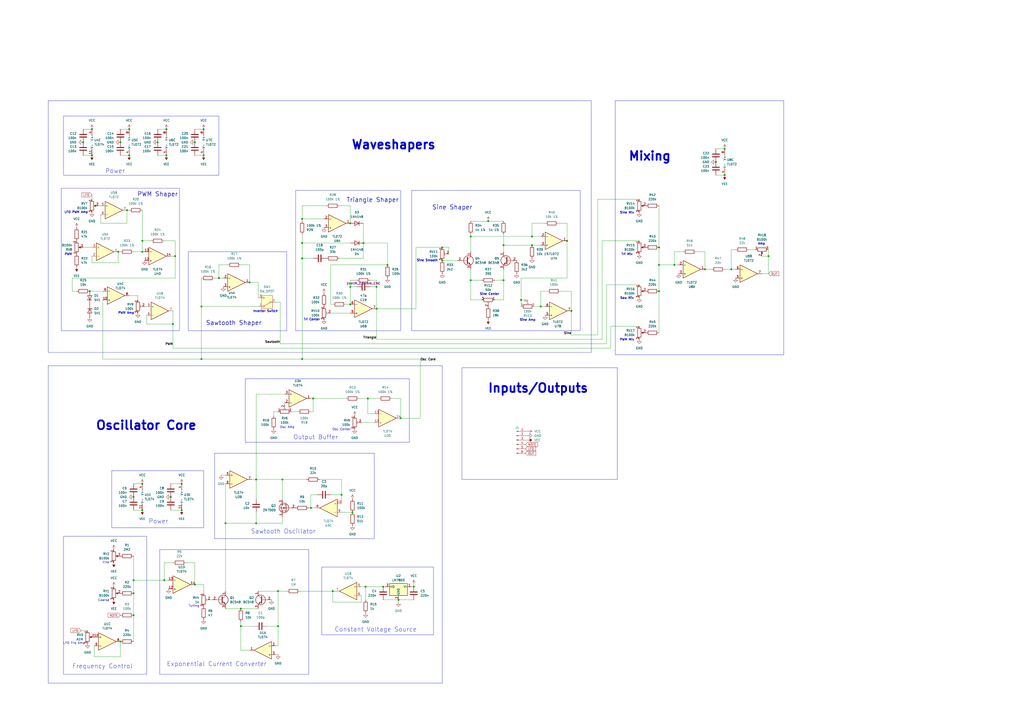
<source format=kicad_sch>
(kicad_sch (version 20250114) (generator "eeschema") (generator_version "9.0")
  (paper "A2")
  (rectangle (start 171.45 110.49) (end 232.41 191.77))
  (rectangle (start 238.76 110.49) (end 336.55 191.77))
  (rectangle (start 35.56 109.22) (end 104.14 191.77))
  (rectangle (start 124.46 262.89) (end 217.17 312.42))
  (rectangle (start 267.97 213.36) (end 358.14 278.13))
  (rectangle (start 109.22 146.05) (end 166.37 191.77))
  (rectangle (start 92.71 318.77) (end 179.07 391.16))
  (rectangle (start 27.94 58.42) (end 342.9 204.47))
  (rectangle (start 142.24 219.71) (end 237.49 256.54))
  (rectangle (start 36.83 67.31) (end 127 101.6))
  (rectangle (start 64.77 273.05) (end 118.11 306.07))
  (rectangle (start 356.87 58.42) (end 454.66 205.74))
  (rectangle (start 186.69 328.93) (end 251.46 368.3))
  (rectangle (start 36.83 311.15) (end 85.09 391.16))
  (rectangle (start 27.94 212.09) (end 256.54 396.24))
  (text "PWM Mix\n" (at 363.728 197.104 0) (effects (font (size 1.27 1.27) (thickness 0.254) (bold yes))))
  (text "Constant Voltage Source" (at 217.932 365.252 0) (effects (font (size 2.54 2.54))))
  (text "Power" (at 91.948 302.514 0) (effects (font (size 2.54 2.54))))
  (text "Sine Amp" (at 306.07 185.674 0) (effects (font (size 1.27 1.27) (thickness 0.254) (bold yes))))
  (text "Amp" (at 441.706 141.478 0) (effects (font (size 1.27 1.27) (thickness 0.254) (bold yes))))
  (text "LFO PWM Amp\n" (at 44.196 123.19 0) (effects (font (size 1.27 1.27) (thickness 0.254) (bold yes))))
  (text "Triangle Shaper\n" (at 216.154 116.078 0) (effects (font (size 2.54 2.54) (thickness 0.254) (bold yes))))
  (text "PWM Shaper" (at 91.44 112.776 0) (effects (font (size 2.54 2.54) (thickness 0.254) (bold yes))))
  (text "Tuning" (at 112.522 351.536 0) (effects (font (size 1.27 1.27))))
  (text "LFO Frq Amp" (at 42.926 373.126 0) (effects (font (size 1.27 1.27))))
  (text "Output Buffer" (at 183.134 253.746 0) (effects (font (size 2.54 2.54))))
  (text "Inputs/Outputs" (at 312.166 225.298 0) (effects (font (size 5.08 5.08) (thickness 1.016) (bold yes))))
  (text "Sine Mix\n" (at 363.728 123.444 0) (effects (font (size 1.27 1.27) (thickness 0.254) (bold yes))))
  (text "Tri Mix\n" (at 363.728 147.574 0) (effects (font (size 1.27 1.27) (thickness 0.254) (bold yes))))
  (text "Sine Shaper\n" (at 262.382 120.396 0) (effects (font (size 2.54 2.54) (thickness 0.254) (bold yes))))
  (text "Power" (at 66.802 99.314 0) (effects (font (size 2.54 2.54))))
  (text "Sawtooth Shaper" (at 135.636 187.452 0) (effects (font (size 2.54 2.54) (thickness 0.254) (bold yes))))
  (text "Inverter Switch" (at 153.924 180.594 0) (effects (font (size 1.27 1.27) (thickness 0.254) (bold yes))))
  (text "Tri Center\n" (at 180.848 185.42 0) (effects (font (size 1.27 1.27) (thickness 0.254) (bold yes))))
  (text "PWM Amp" (at 73.152 181.61 0) (effects (font (size 1.27 1.27) (thickness 0.254) (bold yes))))
  (text "Osc Center" (at 198.12 249.174 0) (effects (font (size 1.27 1.27))))
  (text "Exponential Current Converter" (at 125.73 385.318 0) (effects (font (size 2.54 2.54))))
  (text "Fine" (at 61.468 326.39 0) (effects (font (size 1.27 1.27))))
  (text "Coarse" (at 60.198 348.234 0) (effects (font (size 1.27 1.27))))
  (text "Oscillator Core" (at 84.836 246.888 0) (effects (font (size 5.08 5.08) (thickness 1.016) (bold yes))))
  (text "Osc Amp" (at 166.624 247.904 0) (effects (font (size 1.27 1.27))))
  (text "Waveshapers\n" (at 228.346 84.074 0) (effects (font (size 5.08 5.08) (thickness 1.016) (bold yes))))
  (text "Sine Smooth\n" (at 247.904 151.13 0) (effects (font (size 1.27 1.27) (thickness 0.254) (bold yes))))
  (text "Sine Center\n" (at 283.972 170.688 0) (effects (font (size 1.27 1.27) (thickness 0.254) (bold yes))))
  (text "Mixing\n" (at 376.936 90.678 0) (effects (font (size 5.08 5.08) (thickness 1.016) (bold yes))))
  (text "Sawtooth Oscillator" (at 164.338 308.356 0) (effects (font (size 2.54 2.54))))
  (text "Frequency Control" (at 59.436 386.588 0) (effects (font (size 2.54 2.54))))
  (text "Saw Mix\n" (at 363.728 172.974 0) (effects (font (size 1.27 1.27) (thickness 0.254) (bold yes))))
  (text "PWM" (at 39.624 147.574 0) (effects (font (size 1.27 1.27) (thickness 0.254) (bold yes))))
  (junction (at 308.61 142.24))
  (junction (at 391.16 153.67))
  (junction (at 424.18 156.21))
  (junction (at 292.1 142.24))
  (junction (at 212.09 340.36))
  (junction (at 203.2 166.37))
  (junction (at 445.77 148.59))
  (junction (at 127 161.29))
  (junction (at 193.04 342.9))
  (junction (at 382.27 153.67))
  (junction (at 313.69 177.8))
  (junction (at 256.54 143.51))
  (junction (at 198.12 287.02))
  (junction (at 256.54 151.13))
  (junction (at 91.44 82.55))
  (junction (at 48.26 82.55))
  (junction (at 82.55 280.67))
  (junction (at 53.34 74.93))
  (junction (at 331.47 180.34))
  (junction (at 203.2 129.54))
  (junction (at 77.47 288.29))
  (junction (at 130.81 303.53))
  (junction (at 113.03 82.55))
  (junction (at 82.55 295.91))
  (junction (at 415.29 93.98))
  (junction (at 139.7 363.22))
  (junction (at 232.41 242.57))
  (junction (at 302.26 173.99))
  (junction (at 105.41 295.91))
  (junction (at 161.29 363.22))
  (junction (at 218.44 179.07))
  (junction (at 144.78 163.83))
  (junction (at 73.66 121.92))
  (junction (at 175.26 149.86))
  (junction (at 139.7 353.06))
  (junction (at 175.26 208.28))
  (junction (at 69.85 82.55))
  (junction (at 420.37 101.6))
  (junction (at 222.25 340.36))
  (junction (at 382.27 143.51))
  (junction (at 74.93 90.17))
  (junction (at 420.37 86.36))
  (junction (at 273.05 137.16))
  (junction (at 175.26 140.97))
  (junction (at 53.34 90.17))
  (junction (at 204.47 297.18))
  (junction (at 99.06 288.29))
  (junction (at 74.93 74.93))
  (junction (at 77.47 356.87))
  (junction (at 273.05 162.56))
  (junction (at 148.59 278.13))
  (junction (at 203.2 176.53))
  (junction (at 101.6 148.59))
  (junction (at 96.52 74.93))
  (junction (at 163.83 278.13))
  (junction (at 161.29 342.9))
  (junction (at 382.27 168.91))
  (junction (at 231.14 347.98))
  (junction (at 116.84 208.28))
  (junction (at 118.11 90.17))
  (junction (at 100.33 187.96))
  (junction (at 69.85 372.11))
  (junction (at 82.55 146.05))
  (junction (at 408.94 156.21))
  (junction (at 148.59 303.53))
  (junction (at 118.11 74.93))
  (junction (at 224.79 153.67))
  (junction (at 52.07 168.91))
  (junction (at 95.25 336.55))
  (junction (at 213.36 231.14))
  (junction (at 105.41 280.67))
  (junction (at 175.26 127))
  (junction (at 218.44 166.37))
  (junction (at 181.61 231.14))
  (junction (at 68.58 146.05))
  (junction (at 77.47 344.17))
  (junction (at 82.55 139.7))
  (junction (at 328.93 139.7))
  (junction (at 210.82 140.97))
  (junction (at 116.84 177.8))
  (junction (at 180.34 294.64))
  (junction (at 283.21 128.27))
  (junction (at 77.47 336.55))
  (junction (at 308.61 137.16))
  (junction (at 96.52 90.17))
  (junction (at 240.03 340.36))
  (junction (at 113.03 339.09))
  (junction (at 292.1 162.56))
  (wire (pts (xy 424.18 156.21) (xy 420.37 156.21)))
  (wire (pts (xy 127 153.67) (xy 127 161.29)))
  (wire (pts (xy 222.25 347.98) (xy 231.14 347.98)))
  (wire (pts (xy 193.04 349.25) (xy 193.04 342.9)))
  (wire (pts (xy 273.05 173.99) (xy 273.05 162.56)))
  (wire (pts (xy 128.27 275.59) (xy 130.81 275.59)))
  (wire (pts (xy 41.91 161.29) (xy 101.6 161.29)))
  (wire (pts (xy 99.06 295.91) (xy 105.41 295.91)))
  (wire (pts (xy 308.61 137.16) (xy 313.69 137.16)))
  (wire (pts (xy 415.29 86.36) (xy 420.37 86.36)))
  (wire (pts (xy 165.1 228.6) (xy 148.59 228.6)))
  (wire (pts (xy 328.93 139.7) (xy 328.93 161.29)))
  (wire (pts (xy 99.06 148.59) (xy 101.6 148.59)))
  (wire (pts (xy 331.47 180.34) (xy 331.47 194.31)))
  (wire (pts (xy 203.2 162.56) (xy 207.01 162.56)))
  (wire (pts (xy 175.26 135.89) (xy 175.26 140.97)))
  (wire (pts (xy 172.72 238.76) (xy 168.91 238.76)))
  (wire (pts (xy 213.36 240.03) (xy 217.17 240.03)))
  (wire (pts (xy 391.16 146.05) (xy 391.16 153.67)))
  (wire (pts (xy 210.82 140.97) (xy 224.79 140.97)))
  (wire (pts (xy 292.1 162.56) (xy 292.1 156.21)))
  (wire (pts (xy 139.7 153.67) (xy 144.78 153.67)))
  (wire (pts (xy 227.33 231.14) (xy 232.41 231.14)))
  (wire (pts (xy 203.2 166.37) (xy 207.01 166.37)))
  (wire (pts (xy 191.77 153.67) (xy 224.79 153.67)))
  (wire (pts (xy 53.34 148.59) (xy 53.34 152.4)))
  (wire (pts (xy 73.66 129.54) (xy 73.66 121.92)))
  (wire (pts (xy 148.59 303.53) (xy 163.83 303.53)))
  (wire (pts (xy 316.23 129.54) (xy 308.61 129.54)))
  (wire (pts (xy 77.47 356.87) (xy 77.47 372.11)))
  (wire (pts (xy 166.37 342.9) (xy 161.29 342.9)))
  (wire (pts (xy 283.21 128.27) (xy 292.1 128.27)))
  (wire (pts (xy 181.61 231.14) (xy 181.61 238.76)))
  (wire (pts (xy 189.23 119.38) (xy 175.26 119.38)))
  (wire (pts (xy 41.91 168.91) (xy 41.91 161.29)))
  (wire (pts (xy 260.35 147.32) (xy 260.35 143.51)))
  (wire (pts (xy 165.1 233.68) (xy 165.1 234.95)))
  (wire (pts (xy 175.26 119.38) (xy 175.26 127)))
  (wire (pts (xy 74.93 121.92) (xy 73.66 121.92)))
  (wire (pts (xy 441.96 148.59) (xy 445.77 148.59)))
  (wire (pts (xy 304.8 250.19) (xy 306.07 250.19)))
  (wire (pts (xy 175.26 140.97) (xy 203.2 140.97)))
  (wire (pts (xy 54.61 381) (xy 69.85 381)))
  (wire (pts (xy 218.44 162.56) (xy 218.44 166.37)))
  (wire (pts (xy 279.4 173.99) (xy 273.05 173.99)))
  (wire (pts (xy 175.26 149.86) (xy 175.26 208.28)))
  (wire (pts (xy 58.42 129.54) (xy 73.66 129.54)))
  (wire (pts (xy 287.02 173.99) (xy 292.1 173.99)))
  (wire (pts (xy 154.94 363.22) (xy 161.29 363.22)))
  (wire (pts (xy 198.12 287.02) (xy 198.12 292.1)))
  (wire (pts (xy 323.85 129.54) (xy 328.93 129.54)))
  (wire (pts (xy 302.26 173.99) (xy 306.07 173.99)))
  (wire (pts (xy 438.15 144.78) (xy 434.34 144.78)))
  (wire (pts (xy 77.47 295.91) (xy 82.55 295.91)))
  (wire (pts (xy 200.66 176.53) (xy 203.2 176.53)))
  (wire (pts (xy 158.75 238.76) (xy 158.75 241.3)))
  (wire (pts (xy 328.93 129.54) (xy 328.93 139.7)))
  (wire (pts (xy 241.3 179.07) (xy 241.3 143.51)))
  (wire (pts (xy 85.09 182.88) (xy 85.09 187.96)))
  (wire (pts (xy 175.26 208.28) (xy 243.84 208.28)))
  (wire (pts (xy 101.6 161.29) (xy 101.6 148.59)))
  (wire (pts (xy 292.1 173.99) (xy 292.1 162.56)))
  (wire (pts (xy 308.61 129.54) (xy 308.61 137.16)))
  (wire (pts (xy 139.7 363.22) (xy 139.7 377.19)))
  (wire (pts (xy 209.55 245.11) (xy 217.17 245.11)))
  (wire (pts (xy 162.56 199.39) (xy 351.79 199.39)))
  (wire (pts (xy 351.79 165.1) (xy 370.84 165.1)))
  (wire (pts (xy 426.72 156.21) (xy 424.18 156.21)))
  (wire (pts (xy 302.26 161.29) (xy 302.26 173.99)))
  (wire (pts (xy 193.04 342.9) (xy 173.99 342.9)))
  (wire (pts (xy 149.86 163.83) (xy 144.78 163.83)))
  (wire (pts (xy 130.81 353.06) (xy 139.7 353.06)))
  (wire (pts (xy 130.81 303.53) (xy 148.59 303.53)))
  (wire (pts (xy 48.26 74.93) (xy 53.34 74.93)))
  (wire (pts (xy 241.3 143.51) (xy 256.54 143.51)))
  (wire (pts (xy 306.07 255.27) (xy 304.8 255.27)))
  (wire (pts (xy 59.69 208.28) (xy 116.84 208.28)))
  (wire (pts (xy 82.55 139.7) (xy 87.63 139.7)))
  (wire (pts (xy 412.75 156.21) (xy 408.94 156.21)))
  (wire (pts (xy 218.44 179.07) (xy 218.44 196.85)))
  (wire (pts (xy 317.5 168.91) (xy 313.69 168.91)))
  (wire (pts (xy 209.55 349.25) (xy 193.04 349.25)))
  (wire (pts (xy 91.44 90.17) (xy 96.52 90.17)))
  (wire (pts (xy 139.7 353.06) (xy 149.86 353.06)))
  (wire (pts (xy 415.29 101.6) (xy 420.37 101.6)))
  (wire (pts (xy 382.27 119.38) (xy 382.27 143.51)))
  (wire (pts (xy 82.55 146.05) (xy 77.47 146.05)))
  (wire (pts (xy 82.55 146.05) (xy 82.55 139.7)))
  (wire (pts (xy 53.34 152.4) (xy 68.58 152.4)))
  (wire (pts (xy 232.41 231.14) (xy 232.41 242.57)))
  (wire (pts (xy 273.05 128.27) (xy 283.21 128.27)))
  (wire (pts (xy 292.1 142.24) (xy 292.1 146.05)))
  (wire (pts (xy 48.26 143.51) (xy 53.34 143.51)))
  (wire (pts (xy 54.61 374.65) (xy 54.61 381)))
  (wire (pts (xy 113.03 74.93) (xy 118.11 74.93)))
  (wire (pts (xy 163.83 278.13) (xy 163.83 289.56)))
  (wire (pts (xy 351.79 199.39) (xy 351.79 165.1)))
  (wire (pts (xy 191.77 287.02) (xy 198.12 287.02)))
  (wire (pts (xy 123.19 347.98) (xy 121.92 347.98)))
  (wire (pts (xy 69.85 381) (xy 69.85 372.11)))
  (wire (pts (xy 161.29 342.9) (xy 149.86 342.9)))
  (wire (pts (xy 80.01 171.45) (xy 80.01 173.99)))
  (wire (pts (xy 161.29 363.22) (xy 161.29 374.65)))
  (wire (pts (xy 210.82 129.54) (xy 210.82 140.97)))
  (wire (pts (xy 346.71 115.57) (xy 370.84 115.57)))
  (wire (pts (xy 148.59 278.13) (xy 148.59 289.56)))
  (wire (pts (xy 196.85 119.38) (xy 203.2 119.38)))
  (wire (pts (xy 349.25 139.7) (xy 370.84 139.7)))
  (wire (pts (xy 175.26 140.97) (xy 175.26 149.86)))
  (wire (pts (xy 213.36 231.14) (xy 213.36 240.03)))
  (wire (pts (xy 58.42 119.38) (xy 57.15 119.38)))
  (wire (pts (xy 175.26 127) (xy 187.96 127)))
  (wire (pts (xy 445.77 158.75) (xy 445.77 148.59)))
  (wire (pts (xy 161.29 374.65) (xy 160.02 374.65)))
  (wire (pts (xy 382.27 143.51) (xy 382.27 153.67)))
  (wire (pts (xy 180.34 287.02) (xy 184.15 287.02)))
  (wire (pts (xy 292.1 135.89) (xy 292.1 142.24)))
  (wire (pts (xy 209.55 345.44) (xy 209.55 349.25)))
  (wire (pts (xy 95.25 139.7) (xy 101.6 139.7)))
  (wire (pts (xy 194.31 342.9) (xy 193.04 342.9)))
  (wire (pts (xy 382.27 168.91) (xy 382.27 193.04)))
  (wire (pts (xy 218.44 166.37) (xy 218.44 179.07)))
  (wire (pts (xy 445.77 148.59) (xy 445.77 144.78)))
  (wire (pts (xy 231.14 347.98) (xy 240.03 347.98)))
  (wire (pts (xy 218.44 196.85) (xy 349.25 196.85)))
  (wire (pts (xy 243.84 242.57) (xy 243.84 208.28)))
  (wire (pts (xy 232.41 242.57) (xy 243.84 242.57)))
  (wire (pts (xy 139.7 363.22) (xy 147.32 363.22)))
  (wire (pts (xy 203.2 166.37) (xy 203.2 162.56)))
  (wire (pts (xy 240.03 340.36) (xy 240.03 339.09)))
  (wire (pts (xy 180.34 238.76) (xy 181.61 238.76)))
  (wire (pts (xy 224.79 153.67) (xy 224.79 140.97)))
  (wire (pts (xy 101.6 139.7) (xy 101.6 148.59)))
  (wire (pts (xy 163.83 278.13) (xy 148.59 278.13)))
  (wire (pts (xy 218.44 179.07) (xy 241.3 179.07)))
  (wire (pts (xy 175.26 149.86) (xy 181.61 149.86)))
  (wire (pts (xy 175.26 127) (xy 175.26 128.27)))
  (wire (pts (xy 349.25 196.85) (xy 349.25 139.7)))
  (wire (pts (xy 100.33 187.96) (xy 100.33 180.34)))
  (wire (pts (xy 100.33 187.96) (xy 100.33 201.93)))
  (wire (pts (xy 260.35 143.51) (xy 256.54 143.51)))
  (wire (pts (xy 212.09 347.98) (xy 212.09 340.36)))
  (wire (pts (xy 107.95 326.39) (xy 113.03 326.39)))
  (wire (pts (xy 214.63 162.56) (xy 218.44 162.56)))
  (wire (pts (xy 77.47 280.67) (xy 82.55 280.67)))
  (wire (pts (xy 208.28 231.14) (xy 213.36 231.14)))
  (wire (pts (xy 59.69 173.99) (xy 59.69 208.28)))
  (wire (pts (xy 58.42 124.46) (xy 58.42 129.54)))
  (wire (pts (xy 313.69 177.8) (xy 316.23 177.8)))
  (wire (pts (xy 391.16 153.67) (xy 393.7 153.67)))
  (wire (pts (xy 69.85 74.93) (xy 74.93 74.93)))
  (wire (pts (xy 210.82 149.86) (xy 210.82 140.97)))
  (wire (pts (xy 354.33 189.23) (xy 370.84 189.23)))
  (wire (pts (xy 77.47 336.55) (xy 95.25 336.55)))
  (wire (pts (xy 177.8 278.13) (xy 163.83 278.13)))
  (wire (pts (xy 331.47 168.91) (xy 331.47 180.34)))
  (wire (pts (xy 403.86 146.05) (xy 408.94 146.05)))
  (wire (pts (xy 82.55 146.05) (xy 83.82 146.05)))
  (wire (pts (xy 77.47 322.58) (xy 77.47 336.55)))
  (wire (pts (xy 162.56 175.26) (xy 160.02 175.26)))
  (wire (pts (xy 180.34 287.02) (xy 180.34 294.64)))
  (wire (pts (xy 181.61 231.14) (xy 200.66 231.14)))
  (wire (pts (xy 139.7 377.19) (xy 144.78 377.19)))
  (wire (pts (xy 222.25 340.36) (xy 223.52 340.36)))
  (wire (pts (xy 85.09 177.8) (xy 83.82 177.8)))
  (wire (pts (xy 130.81 280.67) (xy 130.81 303.53)))
  (wire (pts (xy 139.7 360.68) (xy 139.7 363.22)))
  (wire (pts (xy 302.26 177.8) (xy 302.26 173.99)))
  (wire (pts (xy 124.46 161.29) (xy 127 161.29)))
  (wire (pts (xy 77.47 344.17) (xy 77.47 356.87)))
  (wire (pts (xy 273.05 137.16) (xy 273.05 146.05)))
  (wire (pts (xy 426.72 144.78) (xy 424.18 144.78)))
  (wire (pts (xy 193.04 176.53) (xy 191.77 176.53)))
  (wire (pts (xy 69.85 90.17) (xy 74.93 90.17)))
  (wire (pts (xy 396.24 146.05) (xy 391.16 146.05)))
  (wire (pts (xy 130.81 303.53) (xy 130.81 342.9)))
  (wire (pts (xy 408.94 146.05) (xy 408.94 156.21)))
  (wire (pts (xy 163.83 303.53) (xy 163.83 299.72)))
  (wire (pts (xy 77.47 336.55) (xy 77.47 344.17)))
  (wire (pts (xy 354.33 189.23) (xy 354.33 201.93)))
  (wire (pts (xy 212.09 340.36) (xy 222.25 340.36)))
  (wire (pts (xy 198.12 278.13) (xy 198.12 287.02)))
  (wire (pts (xy 69.85 146.05) (xy 68.58 146.05)))
  (wire (pts (xy 48.26 90.17) (xy 53.34 90.17)))
  (wire (pts (xy 148.59 278.13) (xy 146.05 278.13)))
  (wire (pts (xy 231.14 347.98) (xy 231.14 349.25)))
  (wire (pts (xy 292.1 142.24) (xy 308.61 142.24)))
  (wire (pts (xy 214.63 166.37) (xy 218.44 166.37)))
  (wire (pts (xy 158.75 238.76) (xy 161.29 238.76)))
  (wire (pts (xy 144.78 153.67) (xy 144.78 163.83)))
  (wire (pts (xy 91.44 74.93) (xy 96.52 74.93)))
  (wire (pts (xy 132.08 153.67) (xy 127 153.67)))
  (wire (pts (xy 328.93 161.29) (xy 302.26 161.29)))
  (wire (pts (xy 273.05 137.16) (xy 308.61 137.16)))
  (wire (pts (xy 191.77 181.61) (xy 203.2 181.61)))
  (wire (pts (xy 180.34 294.64) (xy 182.88 294.64)))
  (wire (pts (xy 382.27 153.67) (xy 391.16 153.67)))
  (wire (pts (xy 180.34 294.64) (xy 179.07 294.64)))
  (wire (pts (xy 116.84 208.28) (xy 116.84 177.8)))
  (wire (pts (xy 346.71 194.31) (xy 346.71 115.57)))
  (wire (pts (xy 240.03 340.36) (xy 238.76 340.36)))
  (wire (pts (xy 148.59 228.6) (xy 148.59 278.13)))
  (wire (pts (xy 273.05 162.56) (xy 279.4 162.56)))
  (wire (pts (xy 53.34 113.03) (xy 53.34 115.57)))
  (wire (pts (xy 127 161.29) (xy 129.54 161.29)))
  (wire (pts (xy 273.05 135.89) (xy 273.05 137.16)))
  (wire (pts (xy 198.12 297.18) (xy 204.47 297.18)))
  (wire (pts (xy 191.77 176.53) (xy 191.77 153.67)))
  (wire (pts (xy 52.07 168.91) (xy 59.69 168.91)))
  (wire (pts (xy 113.03 90.17) (xy 118.11 90.17)))
  (wire (pts (xy 116.84 177.8) (xy 149.86 177.8)))
  (wire (pts (xy 95.25 336.55) (xy 97.79 336.55)))
  (wire (pts (xy 273.05 162.56) (xy 273.05 156.21)))
  (wire (pts (xy 382.27 153.67) (xy 382.27 168.91)))
  (wire (pts (xy 203.2 119.38) (xy 203.2 129.54)))
  (wire (pts (xy 209.55 340.36) (xy 212.09 340.36)))
  (wire (pts (xy 304.8 252.73) (xy 306.07 252.73)))
  (wire (pts (xy 116.84 208.28) (xy 175.26 208.28)))
  (wire (pts (xy 441.96 158.75) (xy 445.77 158.75)))
  (wire (pts (xy 85.09 187.96) (xy 100.33 187.96)))
  (wire (pts (xy 148.59 297.18) (xy 148.59 303.53)))
  (wire (pts (xy 313.69 168.91) (xy 313.69 177.8)))
  (wire (pts (xy 100.33 326.39) (xy 95.25 326.39)))
  (wire (pts (xy 331.47 194.31) (xy 346.71 194.31)))
  (wire (pts (xy 162.56 175.26) (xy 162.56 199.39)))
  (wire (pts (xy 118.11 339.09) (xy 113.03 339.09)))
  (wire (pts (xy 95.25 326.39) (xy 95.25 336.55)))
  (wire (pts (xy 308.61 142.24) (xy 313.69 142.24)))
  (wire (pts (xy 160.02 379.73) (xy 161.29 379.73)))
  (wire (pts (xy 424.18 144.78) (xy 424.18 156.21)))
  (wire (pts (xy 161.29 363.22) (xy 161.29 342.9)))
  (wire (pts (xy 185.42 278.13) (xy 198.12 278.13)))
  (wire (pts (xy 219.71 231.14) (xy 213.36 231.14)))
  (wire (pts (xy 113.03 326.39) (xy 113.03 339.09)))
  (wire (pts (xy 100.33 201.93) (xy 354.33 201.93)))
  (wire (pts (xy 287.02 162.56) (xy 292.1 162.56)))
  (wire (pts (xy 149.86 163.83) (xy 149.86 172.72)))
  (wire (pts (xy 74.93 171.45) (xy 80.01 171.45)))
  (wire (pts (xy 180.34 231.14) (xy 181.61 231.14)))
  (wire (pts (xy 118.11 344.17) (xy 118.11 339.09)))
  (wire (pts (xy 68.58 152.4) (xy 68.58 146.05)))
  (wire (pts (xy 44.45 168.91) (xy 41.91 168.91)))
  (wire (pts (xy 309.88 177.8) (xy 313.69 177.8)))
  (wire (pts (xy 256.54 151.13) (xy 265.43 151.13)))
  (wire (pts (xy 196.85 149.86) (xy 210.82 149.86)))
  (wire (pts (xy 99.06 280.67) (xy 105.41 280.67)))
  (wire (pts (xy 82.55 121.92) (xy 82.55 139.7)))
  (wire (pts (xy 325.12 168.91) (xy 331.47 168.91)))
  (wire (pts (xy 203.2 166.37) (xy 203.2 176.53)))
  (wire (pts (xy 116.84 177.8) (xy 116.84 161.29)))
  (wire (pts (xy 46.99 365.76) (xy 50.8 365.76)))
  (label "Sine" (at 331.47 194.31 180) (effects (font (thickness 0.254) (bold yes))))
  (label "PWM" (at 100.33 200.66 180) (effects (font (thickness 0.254) (bold yes))))
  (label "Triangle" (at 218.44 196.85 180) (effects (font (thickness 0.254) (bold yes))))
  (label "Sawtooth" (at 162.56 199.39 180) (effects (font (thickness 0.254) (bold yes))))
  (label "Osc Core" (at 243.84 209.55 0) (effects (font (thickness 0.254) (bold yes))))
  (global_label "LFO" (shape input) (at 53.34 113.03 180) (property "Intersheetrefs" "${INTERSHEET_REFS}" (effects (hide yes))))
  (global_label "LFO" (shape input) (at 46.99 365.76 180) (property "Intersheetrefs" "${INTERSHEET_REFS}" (effects (hide yes))))
  (global_label "NOTE" (shape input) (at 304.8 257.81 0) (property "Intersheetrefs" "${INTERSHEET_REFS}" (effects (hide yes))))
  (global_label "LFO" (shape input) (at 304.8 260.35 0) (property "Intersheetrefs" "${INTERSHEET_REFS}" (effects (hide yes))))
  (global_label "OUT" (shape input) (at 445.77 158.75 0) (property "Intersheetrefs" "${INTERSHEET_REFS}" (effects (hide yes))))
  (global_label "OUT" (shape input) (at 304.8 262.89 0) (property "Intersheetrefs" "${INTERSHEET_REFS}" (effects (hide yes))))
  (global_label "NOTE" (shape input) (at 69.85 356.87 180) (property "Intersheetrefs" "${INTERSHEET_REFS}" (effects (hide yes))))
  (symbol (lib_id "Device:R_Potentiometer") (at 441.96 144.78 90) (mirror x) (unit 1)
    (property "Reference" "RV18" (at 441.96 136.398 90))
    (property "Value" "B100k" (at 441.96 138.938 90))
    (property "Footprint" "User:Potentiometer_PanelMount_CNC" (effects (hide yes)))
    (property "Description" "Potentiometer" (effects (hide yes)))
  )
  (symbol (lib_id "power:GND") (at 91.44 82.55 270) (unit 1)
    (property "Reference" "#PWR033" (effects (hide yes)))
    (property "Value" "GND" (at 87.63 82.5499 90) (effects (justify right)))
    (property "Description" "Power symbol creates a global label with name \"GND\" , ground" (effects (hide yes)))
  )
  (symbol (lib_id "power:GND") (at 128.27 275.59 0) (unit 1)
    (property "Reference" "#PWR017" (effects (hide yes)))
    (property "Value" "GND" (at 128.27 280.67 0))
    (property "Description" "Power symbol creates a global label with name \"GND\" , ground" (effects (hide yes)))
  )
  (symbol (lib_id "power:GND") (at 118.11 359.41 0) (unit 1)
    (property "Reference" "#PWR012" (effects (hide yes)))
    (property "Value" "GND" (at 118.11 364.49 0))
    (property "Description" "Power symbol creates a global label with name \"GND\" , ground" (effects (hide yes)))
  )
  (symbol (lib_id "Amplifier_Operational:TL074") (at 62.23 372.11 0) (unit 3)
    (property "Reference" "U1" (at 62.23 361.95 0))
    (property "Value" "TL074" (at 62.23 364.49 0))
    (property "Footprint" "User:DIP-14_CNC" (effects (hide yes)))
    (property "Datasheet" "http://www.ti.com/lit/ds/symlink/tl071.pdf" (effects (hide yes)))
    (property "Description" "Quad Low-Noise JFET-Input Operational Amplifiers, DIP-14/SOIC-14" (effects (hide yes)))
  )
  (symbol (lib_id "power:GND") (at 158.75 248.92 0) (unit 1)
    (property "Reference" "#PWR037" (effects (hide yes)))
    (property "Value" "GND" (at 158.75 254 0))
    (property "Description" "Power symbol creates a global label with name \"GND\" , ground" (effects (hide yes)))
  )
  (symbol (lib_id "Amplifier_Operational:TL074") (at 91.44 148.59 0) (mirror x) (unit 4)
    (property "Reference" "U4" (at 91.44 158.75 0))
    (property "Value" "TL074" (at 91.44 156.21 0))
    (property "Footprint" "User:DIP-14_CNC" (effects (hide yes)))
    (property "Datasheet" "http://www.ti.com/lit/ds/symlink/tl071.pdf" (effects (hide yes)))
    (property "Description" "Quad Low-Noise JFET-Input Operational Amplifiers, DIP-14/SOIC-14" (effects (hide yes)))
  )
  (symbol (lib_id "Device:C") (at 99.06 284.48 0) (mirror y) (unit 1)
    (property "Reference" "C8" (at 95.25 283.2099 0) (effects (justify left)))
    (property "Value" "100n" (at 95.25 285.7499 0) (effects (justify left)))
    (property "Footprint" "User:C_Axial_P5.00mm_CNC" (effects (hide yes)))
    (property "Description" "Unpolarized capacitor" (effects (hide yes)))
  )
  (symbol (lib_id "Transistor_BJT:BC548") (at 152.4 347.98 0) (mirror y) (unit 1)
    (property "Reference" "Q2" (at 147.32 346.7099 0) (effects (justify left)))
    (property "Value" "BC548" (at 147.32 349.2499 0) (effects (justify left)))
    (property "Footprint" "User:TO-92_CNC" (effects (hide yes)))
    (property "Datasheet" "https://www.onsemi.com/pub/Collateral/BC550-D.pdf" (effects (hide yes)))
    (property "Description" "0.1A Ic, 30V Vce, Small Signal NPN Transistor, TO-92" (effects (hide yes)))
  )
  (symbol (lib_id "Diode:1N4148") (at 207.01 140.97 0) (mirror y) (unit 1)
    (property "Reference" "D4" (at 207.01 147.32 0))
    (property "Value" "1N4148" (at 207.01 144.78 0))
    (property "Footprint" "User:D_P7.62mm_CNC" (effects (hide yes)))
    (property "Datasheet" "https://assets.nexperia.com/documents/data-sheet/1N4148_1N4448.pdf" (effects (hide yes)))
    (property "Description" "100V 0.15A standard switching diode, DO-35" (effects (hide yes)))
    (property "Sim.Device" "D" (effects (hide yes)))
    (property "Sim.Pins" "1=K 2=A" (effects (hide yes)))
  )
  (symbol (lib_id "power:GND") (at 77.47 288.29 270) (unit 1)
    (property "Reference" "#PWR022" (effects (hide yes)))
    (property "Value" "GND" (at 73.66 288.2899 90) (effects (justify right)))
    (property "Description" "Power symbol creates a global label with name \"GND\" , ground" (effects (hide yes)))
  )
  (symbol (lib_id "Device:R_Potentiometer") (at 53.34 119.38 0) (unit 1)
    (property "Reference" "RV7" (at 50.8 118.1099 0) (effects (justify right)))
    (property "Value" "B100k" (at 50.8 120.6499 0) (effects (justify right)))
    (property "Footprint" "User:Potentiometer_PanelMount_CNC" (effects (hide yes)))
    (property "Description" "Potentiometer" (effects (hide yes)))
  )
  (symbol (lib_id "Device:R_Potentiometer") (at 370.84 168.91 0) (unit 1)
    (property "Reference" "RV16" (at 368.3 167.6399 0) (effects (justify right)))
    (property "Value" "B100k" (at 368.3 170.1799 0) (effects (justify right)))
    (property "Footprint" "User:Potentiometer_PanelMount_CNC" (effects (hide yes)))
    (property "Description" "Potentiometer" (effects (hide yes)))
  )
  (symbol (lib_id "Device:R") (at 73.66 344.17 90) (unit 1)
    (property "Reference" "R2" (at 73.66 337.82 90))
    (property "Value" "220k" (at 73.66 340.36 90))
    (property "Footprint" "User:R_10.16mm_CNC" (effects (hide yes)))
    (property "Description" "Resistor" (effects (hide yes)))
  )
  (symbol (lib_id "power:VEE") (at 283.21 185.42 180) (unit 1)
    (property "Reference" "#PWR054" (effects (hide yes)))
    (property "Value" "VEE" (at 283.21 190.5 0))
    (property "Description" "Power symbol creates a global label with name \"VEE\"" (effects (hide yes)))
  )
  (symbol (lib_id "power:GND") (at 306.07 252.73 90) (unit 1)
    (property "Reference" "#PWR02" (effects (hide yes)))
    (property "Value" "GND" (at 309.88 252.7299 90) (effects (justify right)))
    (property "Description" "Power symbol creates a global label with name \"GND\" , ground" (effects (hide yes)))
  )
  (symbol (lib_id "power:GND") (at 299.72 158.75 0) (unit 1)
    (property "Reference" "#PWR053" (effects (hide yes)))
    (property "Value" "GND" (at 299.72 163.83 0))
    (property "Description" "Power symbol creates a global label with name \"GND\" , ground" (effects (hide yes)))
  )
  (symbol (lib_id "Device:R") (at 204.47 293.37 180) (unit 1)
    (property "Reference" "R11" (at 207.01 292.0999 0) (effects (justify right)))
    (property "Value" "100k" (at 207.01 294.6399 0) (effects (justify right)))
    (property "Footprint" "User:R_7.62mm_CNC" (effects (hide yes)))
    (property "Description" "Resistor" (effects (hide yes)))
  )
  (symbol (lib_id "Device:C") (at 415.29 90.17 0) (mirror y) (unit 1)
    (property "Reference" "C22" (at 411.48 88.8999 0) (effects (justify left)))
    (property "Value" "100n" (at 411.48 91.4399 0) (effects (justify left)))
    (property "Footprint" "User:C_Axial_P5.00mm_CNC" (effects (hide yes)))
    (property "Description" "Unpolarized capacitor" (effects (hide yes)))
  )
  (symbol (lib_id "Device:R_Potentiometer_Trim") (at 256.54 147.32 0) (unit 1)
    (property "Reference" "RV11" (at 254 146.0499 0) (effects (justify right)))
    (property "Value" "100k" (at 254 148.5899 0) (effects (justify right)))
    (property "Footprint" "User:Potentiometer_Trim_CNC" (effects (hide yes)))
    (property "Description" "Trim-potentiometer" (effects (hide yes)))
  )
  (symbol (lib_id "Device:C") (at 210.82 166.37 90) (mirror x) (unit 1)
    (property "Reference" "C19" (at 210.82 173.99 90))
    (property "Value" "47p" (at 210.82 171.45 90))
    (property "Footprint" "User:C_Rect_P5.00mm_CNC" (effects (hide yes)))
    (property "Description" "Unpolarized capacitor" (effects (hide yes)))
  )
  (symbol (lib_id "Amplifier_Operational:TL072") (at 195.58 129.54 0) (mirror x) (unit 1)
    (property "Reference" "U6" (at 195.58 139.7 0))
    (property "Value" "TL072" (at 195.58 137.16 0))
    (property "Footprint" "User:DIP-8_CNC" (effects (hide yes)))
    (property "Datasheet" "http://www.ti.com/lit/ds/symlink/tl071.pdf" (effects (hide yes)))
    (property "Description" "Dual Low-Noise JFET-Input Operational Amplifiers, DIP-8/SOIC-8" (effects (hide yes)))
  )
  (symbol (lib_id "Amplifier_Operational:TL072") (at 321.31 139.7 0) (mirror x) (unit 1)
    (property "Reference" "U7" (at 321.31 149.86 0))
    (property "Value" "TL072" (at 321.31 147.32 0))
    (property "Footprint" "User:DIP8_CNC" (effects (hide yes)))
    (property "Datasheet" "http://www.ti.com/lit/ds/symlink/tl071.pdf" (effects (hide yes)))
    (property "Description" "Dual Low-Noise JFET-Input Operational Amplifiers, DIP-8/SOIC-8" (effects (hide yes)))
  )
  (symbol (lib_id "Transistor_BJT:BC548") (at 294.64 151.13 0) (mirror y) (unit 1)
    (property "Reference" "Q5" (at 289.56 149.8599 0) (effects (justify left)))
    (property "Value" "BC548" (at 289.56 152.3999 0) (effects (justify left)))
    (property "Footprint" "User:TO-92_CNC" (effects (hide yes)))
    (property "Datasheet" "https://www.onsemi.com/pub/Collateral/BC550-D.pdf" (effects (hide yes)))
    (property "Description" "0.1A Ic, 30V Vce, Small Signal NPN Transistor, TO-92" (effects (hide yes)))
  )
  (symbol (lib_id "Device:R") (at 170.18 342.9 270) (unit 1)
    (property "Reference" "R7" (at 170.18 336.55 90))
    (property "Value" "1M" (at 170.18 339.09 90))
    (property "Footprint" "User:R_10.16mm_CNC" (effects (hide yes)))
    (property "Description" "Resistor" (effects (hide yes)))
  )
  (symbol (lib_id "Connector:Conn_01x06_Pin") (at 299.72 255.27 0) (unit 1)
    (property "Reference" "J1" (at 299.974 248.158 0))
    (property "Value" "Conn_01x06_Pin" (effects (hide yes)))
    (property "Footprint" "User:TerminalBlock_1x6_CNC" (effects (hide yes)))
    (property "Description" "Generic connector, single row, 01x06, script generated" (effects (hide yes)))
  )
  (symbol (lib_id "Amplifier_Operational:TL074") (at 201.93 342.9 0) (mirror y) (unit 2)
    (property "Reference" "U1" (at 201.93 332.74 0))
    (property "Value" "TL074" (at 201.93 335.28 0))
    (property "Footprint" "User:DIP-14_CNC" (effects (hide yes)))
    (property "Datasheet" "http://www.ti.com/lit/ds/symlink/tl071.pdf" (effects (hide yes)))
    (property "Description" "Quad Low-Noise JFET-Input Operational Amplifiers, DIP-14/SOIC-14" (effects (hide yes)))
  )
  (symbol (lib_id "power:GND") (at 308.61 149.86 0) (unit 1)
    (property "Reference" "#PWR055" (effects (hide yes)))
    (property "Value" "GND" (at 308.61 154.94 0))
    (property "Description" "Power symbol creates a global label with name \"GND\" , ground" (effects (hide yes)))
  )
  (symbol (lib_id "Device:R") (at 204.47 300.99 0) (unit 1)
    (property "Reference" "R12" (at 207.01 299.7199 0) (effects (justify left)))
    (property "Value" "51k" (at 207.01 302.2599 0) (effects (justify left)))
    (property "Footprint" "User:R_5.08mm_CNC" (effects (hide yes)))
    (property "Description" "Resistor" (effects (hide yes)))
  )
  (symbol (lib_id "Device:R_Potentiometer") (at 370.84 193.04 0) (unit 1)
    (property "Reference" "RV17" (at 368.3 191.7699 0) (effects (justify right)))
    (property "Value" "B100k" (at 368.3 194.3099 0) (effects (justify right)))
    (property "Footprint" "User:Potentiometer_PanelMount_CNC" (effects (hide yes)))
    (property "Description" "Potentiometer" (effects (hide yes)))
  )
  (symbol (lib_id "power:GND") (at 415.29 93.98 270) (unit 1)
    (property "Reference" "#PWR061" (effects (hide yes)))
    (property "Value" "GND" (at 411.48 93.9799 90) (effects (justify right)))
    (property "Description" "Power symbol creates a global label with name \"GND\" , ground" (effects (hide yes)))
  )
  (symbol (lib_id "power:VCC") (at 105.41 280.67 0) (unit 1)
    (property "Reference" "#PWR020" (effects (hide yes)))
    (property "Value" "VCC" (at 105.41 275.59 0))
    (property "Description" "Power symbol creates a global label with name \"VCC\"" (effects (hide yes)))
  )
  (symbol (lib_id "Device:R") (at 44.45 151.13 180) (unit 1)
    (property "Reference" "R22" (at 46.99 149.8599 0) (effects (justify right)))
    (property "Value" "47k" (at 46.99 152.3999 0) (effects (justify right)))
    (property "Footprint" "User:R_10.16mm_CNC" (effects (hide yes)))
    (property "Description" "Resistor" (effects (hide yes)))
  )
  (symbol (lib_id "Device:R") (at 44.45 135.89 180) (unit 1)
    (property "Reference" "R21" (at 46.99 134.6199 0) (effects (justify right)))
    (property "Value" "47k" (at 46.99 137.1599 0) (effects (justify right)))
    (property "Footprint" "User:R_7.62mm_CNC" (effects (hide yes)))
    (property "Description" "Resistor" (effects (hide yes)))
  )
  (symbol (lib_id "Amplifier_Operational:TL074") (at 107.95 288.29 0) (unit 5)
    (property "Reference" "U3" (at 106.68 287.0199 0) (effects (justify left)))
    (property "Value" "TL074" (at 106.68 289.5599 0) (effects (justify left)))
    (property "Footprint" "User:DIP-14_CNC" (effects (hide yes)))
    (property "Datasheet" "http://www.ti.com/lit/ds/symlink/tl071.pdf" (effects (hide yes)))
    (property "Description" "Quad Low-Noise JFET-Input Operational Amplifiers, DIP-14/SOIC-14" (effects (hide yes)))
  )
  (symbol (lib_id "Device:C") (at 240.03 344.17 180) (unit 1)
    (property "Reference" "C5" (at 243.84 342.8999 0) (effects (justify right)))
    (property "Value" "220n" (at 243.84 345.4399 0) (effects (justify right)))
    (property "Footprint" "User:C_Axial_P5.00mm_CNC" (effects (hide yes)))
    (property "Description" "Unpolarized capacitor" (effects (hide yes)))
  )
  (symbol (lib_id "Amplifier_Operational:TL072") (at 401.32 156.21 0) (mirror x) (unit 1)
    (property "Reference" "U8" (at 401.32 166.37 0))
    (property "Value" "TL072" (at 401.32 163.83 0))
    (property "Footprint" "User:DIP8_CNC" (effects (hide yes)))
    (property "Datasheet" "http://www.ti.com/lit/ds/symlink/tl071.pdf" (effects (hide yes)))
    (property "Description" "Dual Low-Noise JFET-Input Operational Amplifiers, DIP-8/SOIC-8" (effects (hide yes)))
  )
  (symbol (lib_id "Amplifier_Operational:TL074") (at 152.4 377.19 180) (unit 1)
    (property "Reference" "U1" (at 152.4 367.03 0))
    (property "Value" "TL074" (at 152.4 369.57 0))
    (property "Footprint" "User:DIP-14_CNC" (effects (hide yes)))
    (property "Datasheet" "http://www.ti.com/lit/ds/symlink/tl071.pdf" (effects (hide yes)))
    (property "Description" "Quad Low-Noise JFET-Input Operational Amplifiers, DIP-14/SOIC-14" (effects (hide yes)))
  )
  (symbol (lib_id "Device:C") (at 48.26 86.36 0) (mirror y) (unit 1)
    (property "Reference" "C13" (at 44.45 85.0899 0) (effects (justify left)))
    (property "Value" "100n" (at 44.45 87.6299 0) (effects (justify left)))
    (property "Footprint" "User:C_Axial_P5.00mm_CNC" (effects (hide yes)))
    (property "Description" "Unpolarized capacitor" (effects (hide yes)))
  )
  (symbol (lib_id "Device:R") (at 175.26 132.08 0) (mirror y) (unit 1)
    (property "Reference" "R29" (at 177.8 133.3501 0) (effects (justify right)))
    (property "Value" "100k 1%" (at 177.8 130.8101 0) (effects (justify right)))
    (property "Footprint" "User:R_7.62mm_CNC" (effects (hide yes)))
    (property "Description" "Resistor" (effects (hide yes)))
  )
  (symbol (lib_id "power:VCC") (at 53.34 74.93 0) (unit 1)
    (property "Reference" "#PWR028" (effects (hide yes)))
    (property "Value" "VCC" (at 53.34 69.85 0))
    (property "Description" "Power symbol creates a global label with name \"VCC\"" (effects (hide yes)))
  )
  (symbol (lib_id "Amplifier_Operational:TL074") (at 105.41 339.09 0) (mirror x) (unit 4)
    (property "Reference" "U1" (at 105.41 328.93 0))
    (property "Value" "TL074" (at 105.41 331.47 0))
    (property "Footprint" "User:DIP-14_CNC" (effects (hide yes)))
    (property "Datasheet" "http://www.ti.com/lit/ds/symlink/tl071.pdf" (effects (hide yes)))
    (property "Description" "Quad Low-Noise JFET-Input Operational Amplifiers, DIP-14/SOIC-14" (effects (hide yes)))
  )
  (symbol (lib_id "power:VCC") (at 118.11 74.93 0) (unit 1)
    (property "Reference" "#PWR049" (effects (hide yes)))
    (property "Value" "VCC" (at 118.11 69.85 0))
    (property "Description" "Power symbol creates a global label with name \"VCC\"" (effects (hide yes)))
  )
  (symbol (lib_id "power:VEE") (at 118.11 90.17 180) (unit 1)
    (property "Reference" "#PWR050" (effects (hide yes)))
    (property "Value" "VEE" (at 118.11 95.25 0))
    (property "Description" "Power symbol creates a global label with name \"VEE\"" (effects (hide yes)))
  )
  (symbol (lib_id "power:VCC") (at 96.52 74.93 0) (unit 1)
    (property "Reference" "#PWR034" (effects (hide yes)))
    (property "Value" "VCC" (at 96.52 69.85 0))
    (property "Description" "Power symbol creates a global label with name \"VCC\"" (effects (hide yes)))
  )
  (symbol (lib_id "power:VCC") (at 306.07 250.19 270) (unit 1)
    (property "Reference" "#PWR01" (effects (hide yes)))
    (property "Value" "VCC" (at 309.88 250.1899 90) (effects (justify left)))
    (property "Description" "Power symbol creates a global label with name \"VCC\"" (effects (hide yes)))
  )
  (symbol (lib_id "Device:R_Potentiometer") (at 66.04 344.17 0) (unit 1)
    (property "Reference" "RV1" (at 63.5 342.8999 0) (effects (justify right)))
    (property "Value" "B100k" (at 63.5 345.4399 0) (effects (justify right)))
    (property "Footprint" "User:Potentiometer_PanelMount_CNC" (effects (hide yes)))
    (property "Description" "Potentiometer" (effects (hide yes)))
  )
  (symbol (lib_id "Device:R_Potentiometer_Trim") (at 80.01 177.8 0) (unit 1)
    (property "Reference" "RV9" (at 77.47 176.5299 0) (effects (justify right)))
    (property "Value" "100k" (at 77.47 179.0699 0) (effects (justify right)))
    (property "Footprint" "User:Potentiometer_Trim_CNC" (effects (hide yes)))
    (property "Description" "Trim-potentiometer" (effects (hide yes)))
  )
  (symbol (lib_id "Diode:1N4148") (at 207.01 129.54 180) (unit 1)
    (property "Reference" "D3" (at 207.01 123.19 0))
    (property "Value" "1N4148" (at 207.01 125.73 0))
    (property "Footprint" "User:D_P7.62mm_CNC" (effects (hide yes)))
    (property "Datasheet" "https://assets.nexperia.com/documents/data-sheet/1N4148_1N4448.pdf" (effects (hide yes)))
    (property "Description" "100V 0.15A standard switching diode, DO-35" (effects (hide yes)))
    (property "Sim.Device" "D" (effects (hide yes)))
    (property "Sim.Pins" "1=K 2=A" (effects (hide yes)))
  )
  (symbol (lib_id "Device:R") (at 308.61 146.05 0) (unit 1)
    (property "Reference" "R39" (at 311.15 144.7799 0) (effects (justify left)))
    (property "Value" "10k 1%" (at 311.15 147.3199 0) (effects (justify left)))
    (property "Footprint" "User:R_10.16mm_CNC" (effects (hide yes)))
    (property "Description" "Resistor" (effects (hide yes)))
  )
  (symbol (lib_id "Device:C") (at 99.06 292.1 0) (mirror y) (unit 1)
    (property "Reference" "C9" (at 95.25 290.8299 0) (effects (justify left)))
    (property "Value" "100n" (at 95.25 293.3699 0) (effects (justify left)))
    (property "Footprint" "User:C_Axial_P5.00mm_CNC" (effects (hide yes)))
    (property "Description" "Unpolarized capacitor" (effects (hide yes)))
  )
  (symbol (lib_id "Device:R") (at 181.61 278.13 90) (unit 1)
    (property "Reference" "R10" (at 181.61 271.78 90))
    (property "Value" "22k" (at 181.61 274.32 90))
    (property "Footprint" "User:R_10.16mm_CNC" (effects (hide yes)))
    (property "Description" "Resistor" (effects (hide yes)))
  )
  (symbol (lib_id "power:GND") (at 370.84 172.72 0) (unit 1)
    (property "Reference" "#PWR059" (effects (hide yes)))
    (property "Value" "GND" (at 370.84 177.8 0))
    (property "Description" "Power symbol creates a global label with name \"GND\" , ground" (effects (hide yes)))
  )
  (symbol (lib_id "Device:R") (at 73.66 372.11 90) (unit 1)
    (property "Reference" "R4" (at 73.66 365.76 90))
    (property "Value" "220k" (at 73.66 368.3 90))
    (property "Footprint" "User:R_2.54mm_CNC" (effects (hide yes)))
    (property "Description" "Resistor" (effects (hide yes)))
  )
  (symbol (lib_id "Device:R_Potentiometer_Trim") (at 205.74 245.11 0) (unit 1)
    (property "Reference" "RV5" (at 203.2 243.8399 0) (effects (justify right)))
    (property "Value" "100k" (at 203.2 246.3799 0) (effects (justify right)))
    (property "Footprint" "User:Potentiometer_Trim_CNC" (effects (hide yes)))
    (property "Description" "Trim-potentiometer" (effects (hide yes)))
  )
  (symbol (lib_id "Device:R") (at 204.47 231.14 90) (unit 1)
    (property "Reference" "R13" (at 204.47 224.79 90))
    (property "Value" "100k 1%" (at 204.47 227.33 90))
    (property "Footprint" "User:R_10.16mm_CNC" (effects (hide yes)))
    (property "Description" "Resistor" (effects (hide yes)))
  )
  (symbol (lib_id "Device:R") (at 91.44 139.7 90) (unit 1)
    (property "Reference" "R24" (at 91.44 133.35 90))
    (property "Value" "100k 1%" (at 91.44 135.89 90))
    (property "Footprint" "User:R_2.54mm_CNC" (effects (hide yes)))
    (property "Description" "Resistor" (effects (hide yes)))
  )
  (symbol (lib_id "Device:R") (at 378.46 143.51 270) (unit 1)
    (property "Reference" "R43" (at 378.46 137.16 90))
    (property "Value" "220k" (at 378.46 139.7 90))
    (property "Footprint" "User:R_10.16mm_CNC" (effects (hide yes)))
    (property "Description" "Resistor" (effects (hide yes)))
  )
  (symbol (lib_id "Device:R") (at 48.26 168.91 90) (unit 1)
    (property "Reference" "R25" (at 48.26 162.56 90))
    (property "Value" "10k" (at 48.26 165.1 90))
    (property "Footprint" "User:R_10.16mm_CNC" (effects (hide yes)))
    (property "Description" "Resistor" (effects (hide yes)))
  )
  (symbol (lib_id "power:VEE") (at 53.34 90.17 180) (unit 1)
    (property "Reference" "#PWR029" (effects (hide yes)))
    (property "Value" "VEE" (at 53.34 95.25 0))
    (property "Description" "Power symbol creates a global label with name \"VEE\"" (effects (hide yes)))
  )
  (symbol (lib_id "power:GND") (at 231.14 349.25 0) (unit 1)
    (property "Reference" "#PWR014" (effects (hide yes)))
    (property "Value" "GND" (at 231.14 354.33 0))
    (property "Description" "Power symbol creates a global label with name \"GND\" , ground" (effects (hide yes)))
  )
  (symbol (lib_id "Transistor_FET:2N7000") (at 166.37 294.64 0) (mirror y) (unit 1)
    (property "Reference" "Q3" (at 160.02 293.3699 0) (effects (justify left)))
    (property "Value" "2N7000" (at 160.02 295.9099 0) (effects (justify left)))
    (property "Footprint" "User:TO-92_CNC" (effects (hide yes)))
    (property "Datasheet" "https://www.vishay.com/docs/70226/70226.pdf" (effects (hide yes)))
    (property "Description" "0.2A Id, 200V Vds, N-Channel MOSFET, 2.6V Logic Level, TO-92" (effects (hide yes)))
  )
  (symbol (lib_id "power:GND") (at 224.79 161.29 0) (unit 1)
    (property "Reference" "#PWR044" (effects (hide yes)))
    (property "Value" "GND" (at 224.79 166.37 0))
    (property "Description" "Power symbol creates a global label with name \"GND\" , ground" (effects (hide yes)))
  )
  (symbol (lib_id "Amplifier_Operational:TL072") (at 120.65 82.55 0) (unit 3)
    (property "Reference" "U7" (at 119.38 81.2799 0) (effects (justify left)))
    (property "Value" "TL072" (at 119.38 83.8199 0) (effects (justify left)))
    (property "Footprint" "User:DIP8_CNC" (effects (hide yes)))
    (property "Datasheet" "http://www.ti.com/lit/ds/symlink/tl071.pdf" (effects (hide yes)))
    (property "Description" "Dual Low-Noise JFET-Input Operational Amplifiers, DIP-8/SOIC-8" (effects (hide yes)))
  )
  (symbol (lib_id "power:VEE") (at 96.52 90.17 180) (unit 1)
    (property "Reference" "#PWR035" (effects (hide yes)))
    (property "Value" "VEE" (at 96.52 95.25 0))
    (property "Description" "Power symbol creates a global label with name \"VEE\"" (effects (hide yes)))
  )
  (symbol (lib_id "Amplifier_Operational:TL074") (at 137.16 163.83 0) (mirror x) (unit 1)
    (property "Reference" "U4" (at 134.366 169.926 0))
    (property "Value" "TL074" (at 134.366 172.466 0))
    (property "Footprint" "User:DIP-14_CNC" (effects (hide yes)))
    (property "Datasheet" "http://www.ti.com/lit/ds/symlink/tl071.pdf" (effects (hide yes)))
    (property "Description" "Quad Low-Noise JFET-Input Operational Amplifiers, DIP-14/SOIC-14" (effects (hide yes)))
  )
  (symbol (lib_id "Device:R") (at 118.11 355.6 180) (unit 1)
    (property "Reference" "R6" (at 120.65 354.3299 0) (effects (justify right)))
    (property "Value" "47" (at 120.65 356.8699 0) (effects (justify right)))
    (property "Footprint" "User:R_5.08mm_CNC" (effects (hide yes)))
    (property "Description" "Resistor" (effects (hide yes)))
  )
  (symbol (lib_id "Device:R") (at 196.85 176.53 90) (unit 1)
    (property "Reference" "R30" (at 196.85 170.18 90))
    (property "Value" "100k 1%" (at 196.85 172.72 90))
    (property "Footprint" "User:R_10.16mm_CNC" (effects (hide yes)))
    (property "Description" "Resistor" (effects (hide yes)))
  )
  (symbol (lib_id "Device:C") (at 77.47 292.1 0) (mirror y) (unit 1)
    (property "Reference" "C7" (at 73.66 290.8299 0) (effects (justify left)))
    (property "Value" "100n" (at 73.66 293.3699 0) (effects (justify left)))
    (property "Footprint" "User:C_Axial_P5.00mm_CNC" (effects (hide yes)))
    (property "Description" "Unpolarized capacitor" (effects (hide yes)))
  )
  (symbol (lib_id "Device:R_Potentiometer") (at 50.8 369.57 0) (unit 1)
    (property "Reference" "RV3" (at 48.26 368.2999 0) (effects (justify right)))
    (property "Value" "A1M" (at 48.26 370.8399 0) (effects (justify right)))
    (property "Footprint" "User:Potentiometer_PanelMount_CNC" (effects (hide yes)))
    (property "Description" "Potentiometer" (effects (hide yes)))
  )
  (symbol (lib_id "Device:R") (at 378.46 193.04 270) (unit 1)
    (property "Reference" "R45" (at 378.46 186.69 90))
    (property "Value" "220k" (at 378.46 189.23 90))
    (property "Footprint" "User:R_10.16mm_CNC" (effects (hide yes)))
    (property "Description" "Resistor" (effects (hide yes)))
  )
  (symbol (lib_id "Device:C") (at 91.44 86.36 0) (mirror y) (unit 1)
    (property "Reference" "C17" (at 87.63 85.0899 0) (effects (justify left)))
    (property "Value" "100n" (at 87.63 87.6299 0) (effects (justify left)))
    (property "Footprint" "User:C_Axial_P5.00mm_CNC" (effects (hide yes)))
    (property "Description" "Unpolarized capacitor" (effects (hide yes)))
  )
  (symbol (lib_id "Amplifier_Operational:TL074") (at 172.72 231.14 0) (unit 1)
    (property "Reference" "U3" (at 172.72 220.98 0))
    (property "Value" "TL074" (at 172.72 223.52 0))
    (property "Footprint" "User:DIP-14_CNC" (effects (hide yes)))
    (property "Datasheet" "http://www.ti.com/lit/ds/symlink/tl071.pdf" (effects (hide yes)))
    (property "Description" "Quad Low-Noise JFET-Input Operational Amplifiers, DIP-14/SOIC-14" (effects (hide yes)))
  )
  (symbol (lib_id "Device:R") (at 73.66 356.87 90) (unit 1)
    (property "Reference" "R3" (at 73.66 350.52 90))
    (property "Value" "100k" (at 73.66 353.06 90))
    (property "Footprint" "User:R_2.54mm_CNC" (effects (hide yes)))
    (property "Description" "Resistor" (effects (hide yes)))
  )
  (symbol (lib_id "Device:C") (at 113.03 78.74 0) (mirror y) (unit 1)
    (property "Reference" "C20" (at 109.22 77.4699 0) (effects (justify left)))
    (property "Value" "100n" (at 109.22 80.0099 0) (effects (justify left)))
    (property "Footprint" "User:C_Axial_P5.00mm_CNC" (effects (hide yes)))
    (property "Description" "Unpolarized capacitor" (effects (hide yes)))
  )
  (symbol (lib_id "power:GND") (at 370.84 123.19 0) (unit 1)
    (property "Reference" "#PWR057" (effects (hide yes)))
    (property "Value" "GND" (at 370.84 128.27 0))
    (property "Description" "Power symbol creates a global label with name \"GND\" , ground" (effects (hide yes)))
  )
  (symbol (lib_id "Device:C") (at 151.13 363.22 90) (unit 1)
    (property "Reference" "C1" (at 151.13 355.6 90))
    (property "Value" "100p" (at 151.13 358.14 90))
    (property "Footprint" "User:C_Axial_P5.00mm_CNC" (effects (hide yes)))
    (property "Description" "Unpolarized capacitor" (effects (hide yes)))
  )
  (symbol (lib_id "Device:R") (at 210.82 162.56 90) (unit 1)
    (property "Reference" "R31" (at 210.82 156.21 90))
    (property "Value" "100k 1%" (at 210.82 158.75 90))
    (property "Footprint" "User:R_2.54mm_CNC" (at 210.82 164.338 90))
    (property "Description" "Resistor" (effects (hide yes)))
  )
  (symbol (lib_id "power:VEE") (at 66.04 326.39 180) (unit 1)
    (property "Reference" "#PWR05" (effects (hide yes)))
    (property "Value" "VEE" (at 66.04 331.47 0))
    (property "Description" "Power symbol creates a global label with name \"VEE\"" (effects (hide yes)))
  )
  (symbol (lib_id "Device:R") (at 193.04 119.38 90) (unit 1)
    (property "Reference" "R28" (at 193.04 113.03 90))
    (property "Value" "100k 1%" (at 193.04 115.57 90))
    (property "Footprint" "User:R_2.54mm_CNC" (effects (hide yes)))
    (property "Description" "Resistor" (effects (hide yes)))
  )
  (symbol (lib_id "Amplifier_Operational:TL074") (at 85.09 288.29 0) (unit 5)
    (property "Reference" "U1" (at 83.82 287.0199 0) (effects (justify left)))
    (property "Value" "TL074" (at 83.82 289.5599 0) (effects (justify left)))
    (property "Footprint" "User:DIP-14_CNC" (effects (hide yes)))
    (property "Datasheet" "http://www.ti.com/lit/ds/symlink/tl071.pdf" (effects (hide yes)))
    (property "Description" "Quad Low-Noise JFET-Input Operational Amplifiers, DIP-14/SOIC-14" (effects (hide yes)))
  )
  (symbol (lib_id "Device:R") (at 224.79 157.48 180) (unit 1)
    (property "Reference" "R26" (at 227.33 156.2099 0) (effects (justify right)))
    (property "Value" "100k" (at 227.33 158.7499 0) (effects (justify right)))
    (property "Footprint" "User:R_10.16mm_CNC" (effects (hide yes)))
    (property "Description" "Resistor" (effects (hide yes)))
  )
  (symbol (lib_id "Device:R_Potentiometer_Trim") (at 118.11 347.98 0) (unit 1)
    (property "Reference" "RV4" (at 115.57 346.7099 0) (effects (justify right)))
    (property "Value" "1k" (at 115.57 349.2499 0) (effects (justify right)))
    (property "Footprint" "User:Potentiometer_Trim_CNC" (effects (hide yes)))
    (property "Description" "Trim-potentiometer" (effects (hide yes)))
  )
  (symbol (lib_id "Device:R") (at 283.21 181.61 180) (unit 1)
    (property "Reference" "R38" (at 285.75 180.3399 0) (effects (justify right)))
    (property "Value" "18k" (at 285.75 182.8799 0) (effects (justify right)))
    (property "Footprint" "User:R_10.16mm_CNC" (effects (hide yes)))
    (property "Description" "Resistor" (effects (hide yes)))
  )
  (symbol (lib_id "power:GND") (at 52.07 184.15 0) (unit 1)
    (property "Reference" "#PWR041" (effects (hide yes)))
    (property "Value" "GND" (at 52.07 189.23 0))
    (property "Description" "Power symbol creates a global label with name \"GND\" , ground" (effects (hide yes)))
  )
  (symbol (lib_id "Amplifier_Operational:TL072") (at 66.04 121.92 0) (unit 2)
    (property "Reference" "U5" (at 66.04 111.76 0))
    (property "Value" "TL072" (at 66.04 114.3 0))
    (property "Footprint" "User:DIP-8_CNC" (effects (hide yes)))
    (property "Datasheet" "http://www.ti.com/lit/ds/symlink/tl071.pdf" (effects (hide yes)))
    (property "Description" "Dual Low-Noise JFET-Input Operational Amplifiers, DIP-8/SOIC-8" (effects (hide yes)))
  )
  (symbol (lib_id "power:GND") (at 187.96 132.08 0) (unit 1)
    (property "Reference" "#PWR045" (effects (hide yes)))
    (property "Value" "GND" (at 187.96 137.16 0))
    (property "Description" "Power symbol creates a global label with name \"GND\" , ground" (effects (hide yes)))
  )
  (symbol (lib_id "Device:D_Zener") (at 52.07 180.34 270) (unit 1)
    (property "Reference" "D2" (at 54.61 179.0699 90) (effects (justify left)))
    (property "Value" "5V1" (at 54.61 181.6099 90) (effects (justify left)))
    (property "Footprint" "User:D_P5.08mm_CNC" (effects (hide yes)))
    (property "Description" "Zener diode" (effects (hide yes)))
  )
  (symbol (lib_id "power:GND") (at 161.29 379.73 0) (unit 1)
    (property "Reference" "#PWR016" (effects (hide yes)))
    (property "Value" "GND" (at 161.29 384.81 0))
    (property "Description" "Power symbol creates a global label with name \"GND\" , ground" (effects (hide yes)))
  )
  (symbol (lib_id "Device:C") (at 69.85 78.74 0) (mirror y) (unit 1)
    (property "Reference" "C14" (at 66.04 77.4699 0) (effects (justify left)))
    (property "Value" "100n" (at 66.04 80.0099 0) (effects (justify left)))
    (property "Footprint" "User:C_Axial_P5.00mm_CNC" (effects (hide yes)))
    (property "Description" "Unpolarized capacitor" (effects (hide yes)))
  )
  (symbol (lib_id "Device:C") (at 113.03 86.36 0) (mirror y) (unit 1)
    (property "Reference" "C21" (at 109.22 85.0899 0) (effects (justify left)))
    (property "Value" "100n" (at 109.22 87.6299 0) (effects (justify left)))
    (property "Footprint" "User:C_Axial_P5.00mm_CNC" (effects (hide yes)))
    (property "Description" "Unpolarized capacitor" (effects (hide yes)))
  )
  (symbol (lib_id "power:VEE") (at 74.93 90.17 180) (unit 1)
    (property "Reference" "#PWR032" (effects (hide yes)))
    (property "Value" "VEE" (at 74.93 95.25 0))
    (property "Description" "Power symbol creates a global label with name \"VEE\"" (effects (hide yes)))
  )
  (symbol (lib_id "Amplifier_Operational:TL074") (at 92.71 180.34 0) (unit 2)
    (property "Reference" "U4" (at 92.71 170.18 0))
    (property "Value" "TL074" (at 92.71 172.72 0))
    (property "Footprint" "User:DIP-14_CNC" (effects (hide yes)))
    (property "Datasheet" "http://www.ti.com/lit/ds/symlink/tl071.pdf" (effects (hide yes)))
    (property "Description" "Quad Low-Noise JFET-Input Operational Amplifiers, DIP-14/SOIC-14" (effects (hide yes)))
  )
  (symbol (lib_id "power:GND") (at 157.48 347.98 0) (unit 1)
    (property "Reference" "#PWR013" (effects (hide yes)))
    (property "Value" "GND" (at 157.48 353.06 0))
    (property "Description" "Power symbol creates a global label with name \"GND\" , ground" (effects (hide yes)))
  )
  (symbol (lib_id "power:GND") (at 187.96 185.42 0) (unit 1)
    (property "Reference" "#PWR046" (effects (hide yes)))
    (property "Value" "GND" (at 187.96 190.5 0))
    (property "Description" "Power symbol creates a global label with name \"GND\" , ground" (effects (hide yes)))
  )
  (symbol (lib_id "power:VEE") (at 420.37 101.6 180) (unit 1)
    (property "Reference" "#PWR063" (effects (hide yes)))
    (property "Value" "VEE" (at 420.37 106.68 0))
    (property "Description" "Power symbol creates a global label with name \"VEE\"" (effects (hide yes)))
  )
  (symbol (lib_id "power:VCC") (at 204.47 289.56 0) (unit 1)
    (property "Reference" "#PWR019" (effects (hide yes)))
    (property "Value" "VCC" (at 204.47 284.48 0))
    (property "Description" "Power symbol creates a global label with name \"VCC\"" (effects (hide yes)))
  )
  (symbol (lib_id "Device:R") (at 139.7 356.87 180) (unit 1)
    (property "Reference" "R8" (at 142.24 355.5999 0) (effects (justify right)))
    (property "Value" "10k" (at 142.24 358.1399 0) (effects (justify right)))
    (property "Footprint" "User:R_10.16mm_CNC" (effects (hide yes)))
    (property "Description" "Resistor" (effects (hide yes)))
  )
  (symbol (lib_id "power:VEE") (at 82.55 295.91 180) (unit 1)
    (property "Reference" "#PWR09" (effects (hide yes)))
    (property "Value" "VEE" (at 82.55 300.99 0))
    (property "Description" "Power symbol creates a global label with name \"VEE\"" (effects (hide yes)))
  )
  (symbol (lib_id "Device:R") (at 212.09 351.79 0) (unit 1)
    (property "Reference" "R15" (at 214.63 350.5199 0) (effects (justify left)))
    (property "Value" "1k" (at 214.63 353.0599 0) (effects (justify left)))
    (property "Footprint" "User:R_7.62mm_CNC" (effects (hide yes)))
    (property "Description" "Resistor" (effects (hide yes)))
  )
  (symbol (lib_id "Device:R") (at 378.46 119.38 270) (unit 1)
    (property "Reference" "R42" (at 378.46 113.03 90))
    (property "Value" "220k" (at 378.46 115.57 90))
    (property "Footprint" "User:R_10.16mm_CNC" (effects (hide yes)))
    (property "Description" "Resistor" (effects (hide yes)))
  )
  (symbol (lib_id "Amplifier_Operational:TL072") (at 210.82 179.07 0) (mirror x) (unit 2)
    (property "Reference" "U6" (at 210.82 189.23 0))
    (property "Value" "TL072" (at 210.82 186.69 0))
    (property "Footprint" "User:DIP-8_CNC" (effects (hide yes)))
    (property "Datasheet" "http://www.ti.com/lit/ds/symlink/tl071.pdf" (effects (hide yes)))
    (property "Description" "Dual Low-Noise JFET-Input Operational Amplifiers, DIP-8/SOIC-8" (effects (hide yes)))
  )
  (symbol (lib_id "Device:R_Potentiometer_Trim") (at 187.96 181.61 0) (unit 1)
    (property "Reference" "RV10" (at 185.42 180.3399 0) (effects (justify right)))
    (property "Value" "100k" (at 185.42 182.8799 0) (effects (justify right)))
    (property "Footprint" "User:Potentiometer_Trim_CNC" (effects (hide yes)))
    (property "Description" "Trim-potentiometer" (effects (hide yes)))
  )
  (symbol (lib_id "Device:C") (at 185.42 149.86 90) (mirror x) (unit 1)
    (property "Reference" "C18" (at 185.42 142.24 90))
    (property "Value" "100p" (at 185.42 144.78 90))
    (property "Footprint" "User:C_Rect_P5.00mm_CNC" (effects (hide yes)))
    (property "Description" "Unpolarized capacitor" (effects (hide yes)))
  )
  (symbol (lib_id "power:GND") (at 83.82 151.13 0) (unit 1)
    (property "Reference" "#PWR042" (effects (hide yes)))
    (property "Value" "GND" (at 83.82 156.21 0))
    (property "Description" "Power symbol creates a global label with name \"GND\" , ground" (effects (hide yes)))
  )
  (symbol (lib_id "Device:R") (at 400.05 146.05 270) (unit 1)
    (property "Reference" "R46" (at 400.05 139.7 90))
    (property "Value" "51k" (at 400.05 142.24 90))
    (property "Footprint" "User:R_2.54mm_CNC" (effects (hide yes)))
    (property "Description" "Resistor" (effects (hide yes)))
  )
  (symbol (lib_id "Device:R") (at 320.04 129.54 90) (unit 1)
    (property "Reference" "R40" (at 320.04 123.19 90))
    (property "Value" "10k 1%" (at 320.04 125.73 90))
    (property "Footprint" "User:R_2.54mm_CNC_Alt" (effects (hide yes)))
    (property "Description" "Resistor" (effects (hide yes)))
  )
  (symbol (lib_id "Device:C") (at 148.59 293.37 0) (unit 1)
    (property "Reference" "C2" (at 144.78 292.0999 0) (effects (justify right)))
    (property "Value" "10n" (at 144.78 294.6399 0) (effects (justify right)))
    (property "Footprint" "User:C_Rect_P5.00mm_CNC" (effects (hide yes)))
    (property "Description" "Unpolarized capacitor" (effects (hide yes)))
  )
  (symbol (lib_id "Amplifier_Operational:TL074") (at 67.31 171.45 0) (mirror x) (unit 3)
    (property "Reference" "U4" (at 69.85 164.592 0))
    (property "Value" "TL074" (at 69.85 167.132 0))
    (property "Footprint" "User:DIP-14_CNC" (effects (hide yes)))
    (property "Datasheet" "http://www.ti.com/lit/ds/symlink/tl071.pdf" (effects (hide yes)))
    (property "Description" "Quad Low-Noise JFET-Input Operational Amplifiers, DIP-14/SOIC-14" (effects (hide yes)))
  )
  (symbol (lib_id "Device:C") (at 415.29 97.79 0) (mirror y) (unit 1)
    (property "Reference" "C23" (at 411.48 96.5199 0) (effects (justify left)))
    (property "Value" "100n" (at 411.48 99.0599 0) (effects (justify left)))
    (property "Footprint" "User:C_Axial_P5.00mm_CNC" (effects (hide yes)))
    (property "Description" "Unpolarized capacitor" (effects (hide yes)))
  )
  (symbol (lib_id "Device:R") (at 256.54 154.94 180) (unit 1)
    (property "Reference" "R33" (at 259.08 153.6699 0) (effects (justify right)))
    (property "Value" "2k2" (at 259.08 156.2099 0) (effects (justify right)))
    (property "Footprint" "User:R_10.16mm_CNC" (effects (hide yes)))
    (property "Description" "Resistor" (effects (hide yes)))
  )
  (symbol (lib_id "Device:R") (at 120.65 161.29 90) (unit 1)
    (property "Reference" "R16" (at 120.65 154.94 90))
    (property "Value" "100k 1%" (at 120.65 157.48 90))
    (property "Footprint" "User:R_10.16mm_CNC" (effects (hide yes)))
    (property "Description" "Resistor" (effects (hide yes)))
  )
  (symbol (lib_id "Device:D_Zener") (at 52.07 172.72 90) (unit 1)
    (property "Reference" "D1" (at 54.61 171.4499 90) (effects (justify right)))
    (property "Value" "5V1" (at 54.61 173.9899 90) (effects (justify right)))
    (property "Footprint" "User:D_P2.54mm_CNC" (effects (hide yes)))
    (property "Description" "Zener diode" (effects (hide yes)))
  )
  (symbol (lib_id "Device:R_Potentiometer_Trim") (at 165.1 238.76 90) (unit 1)
    (property "Reference" "RV6" (at 165.1 242.57 90))
    (property "Value" "100k" (at 165.1 245.11 90))
    (property "Footprint" "User:Potentiometer_Trim_CNC" (effects (hide yes)))
    (property "Description" "Trim-potentiometer" (effects (hide yes)))
  )
  (symbol (lib_id "Transistor_BJT:BC548") (at 270.51 151.13 0) (unit 1)
    (property "Reference" "Q4" (at 275.59 149.8599 0) (effects (justify left)))
    (property "Value" "BC548" (at 275.59 152.3999 0) (effects (justify left)))
    (property "Footprint" "User:TO-92_CNC" (effects (hide yes)))
    (property "Datasheet" "https://www.onsemi.com/pub/Collateral/BC550-D.pdf" (effects (hide yes)))
    (property "Description" "0.1A Ic, 30V Vce, Small Signal NPN Transistor, TO-92" (effects (hide yes)))
  )
  (symbol (lib_id "Transistor_BJT:BC548") (at 128.27 347.98 0) (unit 1)
    (property "Reference" "Q1" (at 133.35 346.7099 0) (effects (justify left)))
    (property "Value" "BC548" (at 133.35 349.2499 0) (effects (justify left)))
    (property "Footprint" "User:TO-92_CNC" (effects (hide yes)))
    (property "Datasheet" "https://www.onsemi.com/pub/Collateral/BC550-D.pdf" (effects (hide yes)))
    (property "Description" "0.1A Ic, 30V Vce, Small Signal NPN Transistor, TO-92" (effects (hide yes)))
  )
  (symbol (lib_id "Amplifier_Operational:TL074") (at 190.5 294.64 0) (mirror y) (unit 3)
    (property "Reference" "U3" (at 190.5 304.8 0))
    (property "Value" "TL074" (at 190.5 302.26 0))
    (property "Footprint" "User:DIP-14_CNC" (effects (hide yes)))
    (property "Datasheet" "http://www.ti.com/lit/ds/symlink/tl071.pdf" (effects (hide yes)))
    (property "Description" "Quad Low-Noise JFET-Input Operational Amplifiers, DIP-14/SOIC-14" (effects (hide yes)))
  )
  (symbol (lib_id "Device:R") (at 430.53 144.78 270) (unit 1)
    (property "Reference" "R48" (at 430.53 138.43 90))
    (property "Value" "22k" (at 430.53 140.97 90))
    (property "Footprint" "User:R_5.08mm_CNC_Alt" (effects (hide yes)))
    (property "Description" "Resistor" (effects (hide yes)))
  )
  (symbol (lib_id "power:GND") (at 129.54 166.37 0) (unit 1)
    (property "Reference" "#PWR036" (effects (hide yes)))
    (property "Value" "GND" (at 129.54 171.45 0))
    (property "Description" "Power symbol creates a global label with name \"GND\" , ground" (effects (hide yes)))
  )
  (symbol (lib_id "Device:R") (at 416.56 156.21 270) (unit 1)
    (property "Reference" "R47" (at 416.56 149.86 90))
    (property "Value" "22k" (at 416.56 152.4 90))
    (property "Footprint" "User:R_2.54mm_CNC" (effects (hide yes)))
    (property "Description" "Resistor" (effects (hide yes)))
  )
  (symbol (lib_id "power:VCC") (at 44.45 132.08 0) (unit 1)
    (property "Reference" "#PWR039" (effects (hide yes)))
    (property "Value" "VCC" (at 44.45 127 0))
    (property "Description" "Power symbol creates a global label with name \"VCC\"" (effects (hide yes)))
  )
  (symbol (lib_id "Device:R_Potentiometer") (at 66.04 322.58 0) (unit 1)
    (property "Reference" "RV2" (at 63.5 321.3099 0) (effects (justify right)))
    (property "Value" "B100k" (at 63.5 323.8499 0) (effects (justify right)))
    (property "Footprint" "User:Potentiometer_PanelMount_CNC" (effects (hide yes)))
    (property "Description" "Potentiometer" (effects (hide yes)))
  )
  (symbol (lib_id "Device:R") (at 193.04 149.86 270) (mirror x) (unit 1)
    (property "Reference" "R27" (at 193.04 143.51 90))
    (property "Value" "33k" (at 193.04 146.05 90))
    (property "Footprint" "User:R_2.54mm_CNC_Alt" (effects (hide yes)))
    (property "Description" "Resistor" (effects (hide yes)))
  )
  (symbol (lib_id "Device:C") (at 77.47 284.48 0) (mirror y) (unit 1)
    (property "Reference" "C6" (at 73.66 283.2099 0) (effects (justify left)))
    (property "Value" "100n" (at 73.66 285.7499 0) (effects (justify left)))
    (property "Footprint" "User:C_Axial_P5.00mm_CNC" (effects (hide yes)))
    (property "Description" "Unpolarized capacitor" (effects (hide yes)))
  )
  (symbol (lib_id "Amplifier_Operational:TL074") (at 55.88 82.55 0) (unit 5)
    (property "Reference" "U4" (at 54.61 81.2799 0) (effects (justify left)))
    (property "Value" "TL074" (at 54.61 83.8199 0) (effects (justify left)))
    (property "Footprint" "User:DIP-14_CNC" (effects (hide yes)))
    (property "Datasheet" "http://www.ti.com/lit/ds/symlink/tl071.pdf" (effects (hide yes)))
    (property "Description" "Quad Low-Noise JFET-Input Operational Amplifiers, DIP-14/SOIC-14" (effects (hide yes)))
  )
  (symbol (lib_id "power:GND") (at 370.84 196.85 0) (unit 1)
    (property "Reference" "#PWR060" (effects (hide yes)))
    (property "Value" "GND" (at 370.84 201.93 0))
    (property "Description" "Power symbol creates a global label with name \"GND\" , ground" (effects (hide yes)))
  )
  (symbol (lib_id "Device:R_Potentiometer") (at 370.84 143.51 0) (unit 1)
    (property "Reference" "RV15" (at 368.3 142.2399 0) (effects (justify right)))
    (property "Value" "B100k" (at 368.3 144.7799 0) (effects (justify right)))
    (property "Footprint" "User:Potentiometer_PanelMount_CNC" (effects (hide yes)))
    (property "Description" "Potentiometer" (effects (hide yes)))
  )
  (symbol (lib_id "Amplifier_Operational:TL072") (at 99.06 82.55 0) (unit 3)
    (property "Reference" "U6" (at 97.79 81.2799 0) (effects (justify left)))
    (property "Value" "TL072" (at 97.79 83.8199 0) (effects (justify left)))
    (property "Footprint" "User:DIP-8_CNC" (effects (hide yes)))
    (property "Datasheet" "http://www.ti.com/lit/ds/symlink/tl071.pdf" (effects (hide yes)))
    (property "Description" "Dual Low-Noise JFET-Input Operational Amplifiers, DIP-8/SOIC-8" (effects (hide yes)))
  )
  (symbol (lib_id "power:VCC") (at 187.96 170.18 0) (unit 1)
    (property "Reference" "#PWR047" (effects (hide yes)))
    (property "Value" "VCC" (at 187.96 165.1 0))
    (property "Description" "Power symbol creates a global label with name \"VCC\"" (effects (hide yes)))
  )
  (symbol (lib_id "Amplifier_Operational:TL072") (at 422.91 93.98 0) (unit 3)
    (property "Reference" "U8" (at 421.64 92.7099 0) (effects (justify left)))
    (property "Value" "TL072" (at 421.64 95.2499 0) (effects (justify left)))
    (property "Footprint" "User:DIP8_CNC" (effects (hide yes)))
    (property "Datasheet" "http://www.ti.com/lit/ds/symlink/tl071.pdf" (effects (hide yes)))
    (property "Description" "Dual Low-Noise JFET-Input Operational Amplifiers, DIP-8/SOIC-8" (effects (hide yes)))
  )
  (symbol (lib_id "power:GND") (at 113.03 82.55 270) (unit 1)
    (property "Reference" "#PWR048" (effects (hide yes)))
    (property "Value" "GND" (at 109.22 82.5499 90) (effects (justify right)))
    (property "Description" "Power symbol creates a global label with name \"GND\" , ground" (effects (hide yes)))
  )
  (symbol (lib_id "Device:R") (at 176.53 238.76 90) (unit 1)
    (property "Reference" "R18" (at 176.53 245.11 90))
    (property "Value" "100k" (at 176.53 242.57 90))
    (property "Footprint" "User:R_2.54mm_CNC" (effects (hide yes)))
    (property "Description" "Resistor" (effects (hide yes)))
  )
  (symbol (lib_id "Device:R") (at 73.66 146.05 90) (unit 1)
    (property "Reference" "R23" (at 73.66 139.7 90))
    (property "Value" "100k 1%" (at 73.66 142.24 90))
    (property "Footprint" "User:R_10.16mm_CNC" (effects (hide yes)))
    (property "Description" "Resistor" (effects (hide yes)))
  )
  (symbol (lib_id "power:VCC") (at 82.55 280.67 0) (unit 1)
    (property "Reference" "#PWR08" (effects (hide yes)))
    (property "Value" "VCC" (at 82.55 275.59 0))
    (property "Description" "Power symbol creates a global label with name \"VCC\"" (effects (hide yes)))
  )
  (symbol (lib_id "power:VCC") (at 205.74 241.3 0) (unit 1)
    (property "Reference" "#PWR024" (effects (hide yes)))
    (property "Value" "VCC" (at 205.74 236.22 0))
    (property "Description" "Power symbol creates a global label with name \"VCC\"" (effects (hide yes)))
  )
  (symbol (lib_id "Device:R_Potentiometer") (at 44.45 143.51 0) (mirror x) (unit 1)
    (property "Reference" "RV8" (at 41.91 144.7801 0) (effects (justify right)))
    (property "Value" "B100k" (at 41.91 142.2401 0) (effects (justify right)))
    (property "Footprint" "User:Potentiometer_PanelMount_CNC" (effects (hide yes)))
    (property "Description" "Potentiometer" (effects (hide yes)))
  )
  (symbol (lib_id "Device:R") (at 158.75 245.11 0) (mirror x) (unit 1)
    (property "Reference" "R19" (at 156.21 243.8399 0) (effects (justify right)))
    (property "Value" "100k" (at 156.21 246.3799 0) (effects (justify right)))
    (property "Footprint" "User:R_2.54mm_CNC_Alt" (effects (hide yes)))
    (property "Description" "Resistor" (effects (hide yes)))
  )
  (symbol (lib_id "Device:R") (at 187.96 173.99 0) (mirror x) (unit 1)
    (property "Reference" "R32" (at 185.42 172.7199 0) (effects (justify right)))
    (property "Value" "100k" (at 185.42 175.2599 0) (effects (justify right)))
    (property "Footprint" "User:R_10.16mm_CNC" (effects (hide yes)))
    (property "Description" "Resistor" (effects (hide yes)))
  )
  (symbol (lib_id "Amplifier_Operational:TL074") (at 224.79 242.57 0) (mirror x) (unit 4)
    (property "Reference" "U3" (at 224.79 252.73 0))
    (property "Value" "TL074" (at 224.79 250.19 0))
    (property "Footprint" "User:DIP-14_CNC" (effects (hide yes)))
    (property "Datasheet" "http://www.ti.com/lit/ds/symlink/tl071.pdf" (effects (hide yes)))
    (property "Description" "Quad Low-Noise JFET-Input Operational Amplifiers, DIP-14/SOIC-14" (effects (hide yes)))
  )
  (symbol (lib_id "Amplifier_Operational:TL072") (at 77.47 82.55 0) (unit 3)
    (property "Reference" "U5" (at 76.2 81.2799 0) (effects (justify left)))
    (property "Value" "TL072" (at 76.2 83.8199 0) (effects (justify left)))
    (property "Footprint" "User:DIP-8_CNC" (effects (hide yes)))
    (property "Datasheet" "http://www.ti.com/lit/ds/symlink/tl071.pdf" (effects (hide yes)))
    (property "Description" "Dual Low-Noise JFET-Input Operational Amplifiers, DIP-8/SOIC-8" (effects (hide yes)))
  )
  (symbol (lib_id "Device:R") (at 104.14 326.39 90) (unit 1)
    (property "Reference" "R5" (at 104.14 320.04 90))
    (property "Value" "22k" (at 104.14 322.58 90))
    (property "Footprint" "User:R_2.54mm_CNC" (effects (hide yes)))
    (property "Description" "Resistor" (effects (hide yes)))
  )
  (symbol (lib_id "Device:R") (at 378.46 168.91 270) (unit 1)
    (property "Reference" "R44" (at 378.46 162.56 90))
    (property "Value" "220k" (at 378.46 165.1 90))
    (property "Footprint" "User:R_10.16mm_CNC" (effects (hide yes)))
    (property "Description" "Resistor" (effects (hide yes)))
  )
  (symbol (lib_id "Device:R") (at 299.72 154.94 0) (unit 1)
    (property "Reference" "R36" (at 302.26 153.6699 0) (effects (justify left)))
    (property "Value" "2k2" (at 302.26 156.2099 0) (effects (justify left)))
    (property "Footprint" "User:R_10.16mm_CNC" (effects (hide yes)))
    (property "Description" "Resistor" (effects (hide yes)))
  )
  (symbol (lib_id "Device:C") (at 222.25 344.17 0) (mirror x) (unit 1)
    (property "Reference" "C4" (at 218.44 342.8999 0) (effects (justify right)))
    (property "Value" "220n" (at 218.44 345.4399 0) (effects (justify right)))
    (property "Footprint" "User:C_Axial_P5.00mm_CNC" (effects (hide yes)))
    (property "Description" "Unpolarized capacitor" (effects (hide yes)))
  )
  (symbol (lib_id "power:GND") (at 316.23 182.88 0) (unit 1)
    (property "Reference" "#PWR056" (effects (hide yes)))
    (property "Value" "GND" (at 316.23 187.96 0))
    (property "Description" "Power symbol creates a global label with name \"GND\" , ground" (effects (hide yes)))
  )
  (symbol (lib_id "Device:R") (at 73.66 322.58 90) (unit 1)
    (property "Reference" "R1" (at 73.66 316.23 90))
    (property "Value" "2M2" (at 73.66 318.77 90))
    (property "Footprint" "User:R_10.16mm_CNC" (effects (hide yes)))
    (property "Description" "Resistor" (effects (hide yes)))
  )
  (symbol (lib_id "Device:C") (at 187.96 287.02 90) (unit 1)
    (property "Reference" "C3" (at 187.96 279.4 90))
    (property "Value" "20p" (at 187.96 281.94 90))
    (property "Footprint" "User:C_Axial_P5.00mm_CNC" (effects (hide yes)))
    (property "Description" "Unpolarized capacitor" (effects (hide yes)))
  )
  (symbol (lib_id "Amplifier_Operational:TL072") (at 323.85 180.34 0) (mirror x) (unit 2)
    (property "Reference" "U7" (at 323.596 189.23 0))
    (property "Value" "TL072" (at 323.596 186.69 0))
    (property "Footprint" "User:DIP8_CNC" (effects (hide yes)))
    (property "Datasheet" "http://www.ti.com/lit/ds/symlink/tl071.pdf" (effects (hide yes)))
    (property "Description" "Dual Low-Noise JFET-Input Operational Amplifiers, DIP-8/SOIC-8" (effects (hide yes)))
  )
  (symbol (lib_id "power:GND") (at 205.74 248.92 0) (unit 1)
    (property "Reference" "#PWR025" (effects (hide yes)))
    (property "Value" "GND" (at 205.74 254 0))
    (property "Description" "Power symbol creates a global label with name \"GND\" , ground" (effects (hide yes)))
  )
  (symbol (lib_id "Device:R") (at 223.52 231.14 90) (unit 1)
    (property "Reference" "R14" (at 223.52 224.79 90))
    (property "Value" "100k 1%" (at 223.52 227.33 90))
    (property "Footprint" "User:R_2.54mm_CNC" (effects (hide yes)))
    (property "Description" "Resistor" (effects (hide yes)))
  )
  (symbol (lib_id "Device:R") (at 321.31 168.91 270) (unit 1)
    (property "Reference" "R41" (at 321.31 162.56 90))
    (property "Value" "100k" (at 321.31 165.1 90))
    (property "Footprint" "User:R_2.54mm_CNC_Alt" (effects (hide yes)))
    (property "Description" "Resistor" (effects (hide yes)))
  )
  (symbol (lib_id "power:GND") (at 204.47 304.8 0) (unit 1)
    (property "Reference" "#PWR018" (effects (hide yes)))
    (property "Value" "GND" (at 204.47 309.88 0))
    (property "Description" "Power symbol creates a global label with name \"GND\" , ground" (effects (hide yes)))
  )
  (symbol (lib_id "power:VEE") (at 105.41 295.91 180) (unit 1)
    (property "Reference" "#PWR021" (effects (hide yes)))
    (property "Value" "VEE" (at 105.41 300.99 0))
    (property "Description" "Power symbol creates a global label with name \"VEE\"" (effects (hide yes)))
  )
  (symbol (lib_id "Device:R") (at 292.1 132.08 0) (mirror x) (unit 1)
    (property "Reference" "R35" (at 289.56 130.8099 0) (effects (justify right)))
    (property "Value" "1k 1%" (at 289.56 133.3499 0) (effects (justify right)))
    (property "Footprint" "User:R_10.16mm_CNC" (effects (hide yes)))
    (property "Description" "Resistor" (effects (hide yes)))
  )
  (symbol (lib_id "Regulator_Linear:LM7805_TO220") (at 231.14 340.36 0) (mirror y) (unit 1)
    (property "Reference" "U2" (at 231.14 334.01 0))
    (property "Value" "LM7805" (at 231.14 336.55 0))
    (property "Footprint" "User:TO-220_CNC" (effects (hide yes)))
    (property "Datasheet" "https://www.onsemi.cn/PowerSolutions/document/MC7800-D.PDF" (effects (hide yes)))
    (property "Description" "Positive 1A 35V Linear Regulator, Fixed Output 5V, TO-220" (effects (hide yes)))
  )
  (symbol (lib_id "Device:R") (at 283.21 162.56 90) (unit 1)
    (property "Reference" "R37" (at 283.21 156.21 90))
    (property "Value" "390" (at 283.21 158.75 90))
    (property "Footprint" "User:R_5.08mm_CNC" (effects (hide yes)))
    (property "Description" "Resistor" (effects (hide yes)))
  )
  (symbol (lib_id "power:VEE") (at 44.45 154.94 180) (unit 1)
    (property "Reference" "#PWR040" (effects (hide yes)))
    (property "Value" "VEE" (at 44.45 160.02 0))
    (property "Description" "Power symbol creates a global label with name \"VEE\"" (effects (hide yes)))
  )
  (symbol (lib_id "Device:R_Potentiometer_Trim") (at 306.07 177.8 90) (unit 1)
    (property "Reference" "RV13" (at 306.07 183.134 90))
    (property "Value" "100k" (at 306.07 180.594 90))
    (property "Footprint" "User:Potentiometer_Trim_CNC" (effects (hide yes)))
    (property "Description" "Trim-potentiometer" (effects (hide yes)))
  )
  (symbol (lib_id "power:GND") (at 53.34 123.19 0) (unit 1)
    (property "Reference" "#PWR038" (effects (hide yes)))
    (property "Value" "GND" (at 53.34 128.27 0))
    (property "Description" "Power symbol creates a global label with name \"GND\" , ground" (effects (hide yes)))
  )
  (symbol (lib_id "power:VEE") (at 306.07 255.27 270) (unit 1)
    (property "Reference" "#PWR03" (effects (hide yes)))
    (property "Value" "VEE" (at 309.88 255.2699 90) (effects (justify left)))
    (property "Description" "Power symbol creates a global label with name \"VEE\"" (effects (hide yes)))
  )
  (symbol (lib_id "power:VCC") (at 66.04 318.77 0) (unit 1)
    (property "Reference" "#PWR07" (effects (hide yes)))
    (property "Value" "VCC" (at 66.04 313.69 0))
    (property "Description" "Power symbol creates a global label with name \"VCC\"" (effects (hide yes)))
  )
  (symbol (lib_id "Switch:SW_SPDT") (at 154.94 175.26 180) (unit 1)
    (property "Reference" "SW1" (at 154.94 166.37 0))
    (property "Value" "SW_SPDT" (at 154.94 168.91 0))
    (property "Footprint" "User:SW_Slide_SPST_H6.00mm_CNC" (effects (hide yes)))
    (property "Description" "Switch, single pole double throw" (effects (hide yes)))
  )
  (symbol (lib_id "power:GND") (at 80.01 181.61 0) (unit 1)
    (property "Reference" "#PWR043" (effects (hide yes)))
    (property "Value" "GND" (at 80.01 186.69 0))
    (property "Description" "Power symbol creates a global label with name \"GND\" , ground" (effects (hide yes)))
  )
  (symbol (lib_id "power:VCC") (at 240.03 339.09 0) (unit 1)
    (property "Reference" "#PWR015" (effects (hide yes)))
    (property "Value" "VCC" (at 240.03 334.01 0))
    (property "Description" "Power symbol creates a global label with name \"VCC\"" (effects (hide yes)))
  )
  (symbol (lib_id "power:VCC") (at 283.21 128.27 0) (unit 1)
    (property "Reference" "#PWR052" (effects (hide yes)))
    (property "Value" "VCC" (at 283.21 123.19 0))
    (property "Description" "Power symbol creates a global label with name \"VCC\"" (effects (hide yes)))
  )
  (symbol (lib_id "Device:R") (at 273.05 132.08 180) (unit 1)
    (property "Reference" "R34" (at 275.59 130.8099 0) (effects (justify right)))
    (property "Value" "1k 1%" (at 275.59 133.3499 0) (effects (justify right)))
    (property "Footprint" "User:R_10.16mm_CNC" (effects (hide yes)))
    (property "Description" "Resistor" (effects (hide yes)))
  )
  (symbol (lib_id "power:VCC") (at 74.93 74.93 0) (unit 1)
    (property "Reference" "#PWR031" (effects (hide yes)))
    (property "Value" "VCC" (at 74.93 69.85 0))
    (property "Description" "Power symbol creates a global label with name \"VCC\"" (effects (hide yes)))
  )
  (symbol (lib_id "power:GND") (at 48.26 82.55 270) (unit 1)
    (property "Reference" "#PWR027" (effects (hide yes)))
    (property "Value" "GND" (at 44.45 82.5499 90) (effects (justify right)))
    (property "Description" "Power symbol creates a global label with name \"GND\" , ground" (effects (hide yes)))
  )
  (symbol (lib_id "power:GND") (at 426.72 161.29 0) (unit 1)
    (property "Reference" "#PWR065" (effects (hide yes)))
    (property "Value" "GND" (at 426.72 166.37 0))
    (property "Description" "Power symbol creates a global label with name \"GND\" , ground" (effects (hide yes)))
  )
  (symbol (lib_id "Amplifier_Operational:TL072") (at 434.34 158.75 0) (mirror x) (unit 2)
    (property "Reference" "U8" (at 434.34 148.59 0))
    (property "Value" "TL072" (at 434.34 151.13 0))
    (property "Footprint" "User:DIP8_CNC" (effects (hide yes)))
    (property "Datasheet" "http://www.ti.com/lit/ds/symlink/tl071.pdf" (effects (hide yes)))
    (property "Description" "Dual Low-Noise JFET-Input Operational Amplifiers, DIP-8/SOIC-8" (effects (hide yes)))
  )
  (symbol (lib_id "power:GND") (at 97.79 341.63 0) (unit 1)
    (property "Reference" "#PWR011" (effects (hide yes)))
    (property "Value" "GND" (at 97.79 346.71 0))
    (property "Description" "Power symbol creates a global label with name \"GND\" , ground" (effects (hide yes)))
  )
  (symbol (lib_id "power:GND") (at 256.54 158.75 0) (unit 1)
    (property "Reference" "#PWR051" (effects (hide yes)))
    (property "Value" "GND" (at 256.54 163.83 0))
    (property "Description" "Power symbol creates a global label with name \"GND\" , ground" (effects (hide yes)))
  )
  (symbol (lib_id "power:GND") (at 370.84 147.32 0) (unit 1)
    (property "Reference" "#PWR058" (effects (hide yes)))
    (property "Value" "GND" (at 370.84 152.4 0))
    (property "Description" "Power symbol creates a global label with name \"GND\" , ground" (effects (hide yes)))
  )
  (symbol (lib_id "Device:R") (at 78.74 121.92 90) (unit 1)
    (property "Reference" "R20" (at 78.74 115.57 90))
    (property "Value" "100k 1%" (at 78.74 118.11 90))
    (property "Footprint" "User:R_5.08mm_CNC" (effects (hide yes)))
    (property "Description" "Resistor" (effects (hide yes)))
  )
  (symbol (lib_id "power:GND") (at 50.8 373.38 0) (unit 1)
    (property "Reference" "#PWR010" (effects (hide yes)))
    (property "Value" "GND" (at 50.8 378.46 0))
    (property "Description" "Power symbol creates a global label with name \"GND\" , ground" (effects (hide yes)))
  )
  (symbol (lib_id "Device:R_Potentiometer") (at 370.84 119.38 0) (unit 1)
    (property "Reference" "RV14" (at 368.3 118.1099 0) (effects (justify right)))
    (property "Value" "B100k" (at 368.3 120.6499 0) (effects (justify right)))
    (property "Footprint" "User:Potentiometer_PanelMount_CNC" (effects (hide yes)))
    (property "Description" "Potentiometer" (effects (hide yes)))
  )
  (symbol (lib_id "power:VEE") (at 66.04 347.98 180) (unit 1)
    (property "Reference" "#PWR04" (effects (hide yes)))
    (property "Value" "VEE" (at 66.04 353.06 0))
    (property "Description" "Power symbol creates a global label with name \"VEE\"" (effects (hide yes)))
  )
  (symbol (lib_id "power:VCC") (at 420.37 86.36 0) (unit 1)
    (property "Reference" "#PWR062" (effects (hide yes)))
    (property "Value" "VCC" (at 420.37 81.28 0))
    (property "Description" "Power symbol creates a global label with name \"VCC\"" (effects (hide yes)))
  )
  (symbol (lib_id "Device:R") (at 175.26 294.64 90) (unit 1)
    (property "Reference" "R9" (at 175.26 288.29 90))
    (property "Value" "10k" (at 175.26 290.83 90))
    (property "Footprint" "User:R_10.16mm_CNC" (effects (hide yes)))
    (property "Description" "Resistor" (effects (hide yes)))
  )
  (symbol (lib_id "power:VCC") (at 66.04 340.36 0) (unit 1)
    (property "Reference" "#PWR06" (effects (hide yes)))
    (property "Value" "VCC" (at 66.04 335.28 0))
    (property "Description" "Power symbol creates a global label with name \"VCC\"" (effects (hide yes)))
  )
  (symbol (lib_id "power:GND") (at 69.85 82.55 270) (unit 1)
    (property "Reference" "#PWR030" (effects (hide yes)))
    (property "Value" "GND" (at 66.04 82.5499 90) (effects (justify right)))
    (property "Description" "Power symbol creates a global label with name \"GND\" , ground" (effects (hide yes)))
  )
  (symbol (lib_id "power:GND") (at 393.7 158.75 0) (unit 1)
    (property "Reference" "#PWR064" (effects (hide yes)))
    (property "Value" "GND" (at 393.7 163.83 0))
    (property "Description" "Power symbol creates a global label with name \"GND\" , ground" (effects (hide yes)))
  )
  (symbol (lib_id "power:GND") (at 212.09 355.6 0) (unit 1)
    (property "Reference" "#PWR026" (effects (hide yes)))
    (property "Value" "GND" (at 212.09 360.68 0))
    (property "Description" "Power symbol creates a global label with name \"GND\" , ground" (effects (hide yes)))
  )
  (symbol (lib_id "Amplifier_Operational:TL074") (at 138.43 278.13 0) (unit 2)
    (property "Reference" "U3" (at 138.43 288.29 0))
    (property "Value" "TL074" (at 138.43 285.75 0))
    (property "Footprint" "User:DIP-14_CNC" (effects (hide yes)))
    (property "Datasheet" "http://www.ti.com/lit/ds/symlink/tl071.pdf" (effects (hide yes)))
    (property "Description" "Quad Low-Noise JFET-Input Operational Amplifiers, DIP-14/SOIC-14" (effects (hide yes)))
  )
  (symbol (lib_id "Device:C") (at 48.26 78.74 0) (mirror y) (unit 1)
    (property "Reference" "C12" (at 44.45 77.4699 0) (effects (justify left)))
    (property "Value" "100n" (at 44.45 80.0099 0) (effects (justify left)))
    (property "Footprint" "User:C_Axial_P5.00mm_CNC" (effects (hide yes)))
    (property "Description" "Unpolarized capacitor" (effects (hide yes)))
  )
  (symbol (lib_id "Device:R") (at 135.89 153.67 90) (unit 1)
    (property "Reference" "R17" (at 135.89 147.32 90))
    (property "Value" "100k 1%" (at 135.89 149.86 90))
    (property "Footprint" "User:R_2.54mm_CNC" (effects (hide yes)))
    (property "Description" "Resistor" (effects (hide yes)))
  )
  (symbol (lib_id "power:GND") (at 99.06 288.29 270) (unit 1)
    (property "Reference" "#PWR023" (effects (hide yes)))
    (property "Value" "GND" (at 95.25 288.2899 90) (effects (justify right)))
    (property "Description" "Power symbol creates a global label with name \"GND\" , ground" (effects (hide yes)))
  )
  (symbol (lib_id "Device:R_Potentiometer_Trim") (at 283.21 173.99 270) (unit 1)
    (property "Reference" "RV12" (at 283.21 165.608 90))
    (property "Value" "50k" (at 283.21 168.148 90))
    (property "Footprint" "User:Potentiometer_Trim_CNC" (effects (hide yes)))
    (property "Description" "Trim-potentiometer" (effects (hide yes)))
  )
  (symbol (lib_id "Amplifier_Operational:TL072") (at 60.96 146.05 0) (unit 1)
    (property "Reference" "U5" (at 60.96 135.89 0))
    (property "Value" "TL072" (at 60.96 138.43 0))
    (property "Footprint" "User:DIP-8_CNC" (effects (hide yes)))
    (property "Datasheet" "http://www.ti.com/lit/ds/symlink/tl071.pdf" (effects (hide yes)))
    (property "Description" "Dual Low-Noise JFET-Input Operational Amplifiers, DIP-8/SOIC-8" (effects (hide yes)))
  )
  (symbol (lib_id "Device:C") (at 69.85 86.36 0) (mirror y) (unit 1)
    (property "Reference" "C15" (at 66.04 85.0899 0) (effects (justify left)))
    (property "Value" "100n" (at 66.04 87.6299 0) (effects (justify left)))
    (property "Footprint" "User:C_Axial_P5.00mm_CNC" (effects (hide yes)))
    (property "Description" "Unpolarized capacitor" (effects (hide yes)))
  )
  (symbol (lib_id "Device:C") (at 91.44 78.74 0) (mirror y) (unit 1)
    (property "Reference" "C16" (at 87.63 77.4699 0) (effects (justify left)))
    (property "Value" "100n" (at 87.63 80.0099 0) (effects (justify left)))
    (property "Footprint" "User:C_Axial_P5.00mm_CNC" (effects (hide yes)))
    (property "Description" "Unpolarized capacitor" (effects (hide yes)))
  )
)
</source>
